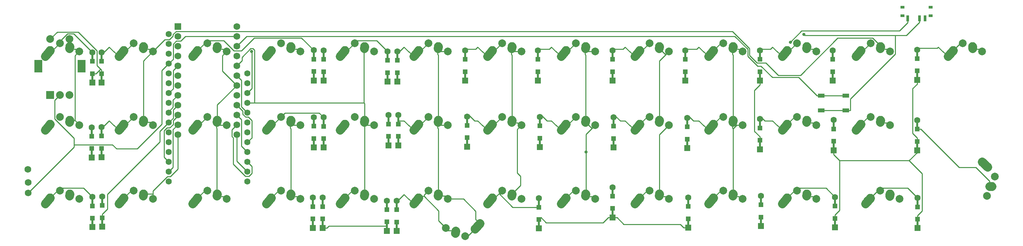
<source format=gbl>
G04 #@! TF.GenerationSoftware,KiCad,Pcbnew,(5.0.1)-3*
G04 #@! TF.CreationDate,2020-02-03T22:22:31+02:00*
G04 #@! TF.ProjectId,PRKL30,50524B4C33302E6B696361645F706362,rev?*
G04 #@! TF.SameCoordinates,Original*
G04 #@! TF.FileFunction,Copper,L2,Bot,Signal*
G04 #@! TF.FilePolarity,Positive*
%FSLAX46Y46*%
G04 Gerber Fmt 4.6, Leading zero omitted, Abs format (unit mm)*
G04 Created by KiCad (PCBNEW (5.0.1)-3) date 02/03/20 22:22:31*
%MOMM*%
%LPD*%
G01*
G04 APERTURE LIST*
G04 #@! TA.AperFunction,Conductor*
%ADD10R,0.500000X2.500000*%
G04 #@! TD*
G04 #@! TA.AperFunction,ComponentPad*
%ADD11C,1.600000*%
G04 #@! TD*
G04 #@! TA.AperFunction,ComponentPad*
%ADD12R,1.600000X1.600000*%
G04 #@! TD*
G04 #@! TA.AperFunction,SMDPad,CuDef*
%ADD13R,1.200000X1.200000*%
G04 #@! TD*
G04 #@! TA.AperFunction,ComponentPad*
%ADD14R,2.000000X2.000000*%
G04 #@! TD*
G04 #@! TA.AperFunction,ComponentPad*
%ADD15C,2.000000*%
G04 #@! TD*
G04 #@! TA.AperFunction,ComponentPad*
%ADD16R,2.000000X3.200000*%
G04 #@! TD*
G04 #@! TA.AperFunction,ComponentPad*
%ADD17C,2.250000*%
G04 #@! TD*
G04 #@! TA.AperFunction,Conductor*
%ADD18C,2.250000*%
G04 #@! TD*
G04 #@! TA.AperFunction,ComponentPad*
%ADD19C,1.752600*%
G04 #@! TD*
G04 #@! TA.AperFunction,ComponentPad*
%ADD20R,1.752600X1.752600*%
G04 #@! TD*
G04 #@! TA.AperFunction,SMDPad,CuDef*
%ADD21R,1.700000X1.000000*%
G04 #@! TD*
G04 #@! TA.AperFunction,SMDPad,CuDef*
%ADD22R,0.700000X1.500000*%
G04 #@! TD*
G04 #@! TA.AperFunction,SMDPad,CuDef*
%ADD23R,1.000000X0.800000*%
G04 #@! TD*
G04 #@! TA.AperFunction,ViaPad*
%ADD24C,0.800000*%
G04 #@! TD*
G04 #@! TA.AperFunction,Conductor*
%ADD25C,0.250000*%
G04 #@! TD*
G04 APERTURE END LIST*
D10*
G04 #@! TO.N,Net-(D5-Pad2)*
G04 #@! TO.C,D5*
X146558000Y-64102000D03*
G04 #@! TO.N,RowA*
X146558000Y-69502000D03*
D11*
G04 #@! TD*
G04 #@! TO.P,D5,2*
G04 #@! TO.N,Net-(D5-Pad2)*
X146558000Y-62902000D03*
D12*
G04 #@! TO.P,D5,1*
G04 #@! TO.N,RowA*
X146558000Y-70702000D03*
D13*
X146558000Y-68377000D03*
G04 #@! TO.P,D5,2*
G04 #@! TO.N,Net-(D5-Pad2)*
X146558000Y-65227000D03*
G04 #@! TD*
D14*
G04 #@! TO.P,K_ENC1,A*
G04 #@! TO.N,EncA*
X59412500Y-74175000D03*
D15*
G04 #@! TO.P,K_ENC1,C*
G04 #@! TO.N,GND*
X61912500Y-74175000D03*
G04 #@! TO.P,K_ENC1,B*
G04 #@! TO.N,EncB*
X64412500Y-74175000D03*
D16*
G04 #@! TO.P,K_ENC1,MP*
G04 #@! TO.N,N/C*
X56312500Y-66675000D03*
X67512500Y-66675000D03*
D15*
G04 #@! TO.P,K_ENC1,S2*
G04 #@! TO.N,RowA*
X59412500Y-59675000D03*
G04 #@! TO.P,K_ENC1,S1*
G04 #@! TO.N,ColA*
X64412500Y-59675000D03*
G04 #@! TD*
D11*
G04 #@! TO.P,Feather1,1*
G04 #@! TO.N,Net-(Feather1-Pad1)*
X110363000Y-68580000D03*
G04 #@! TO.P,Feather1,2*
G04 #@! TO.N,DP1*
X110363000Y-71120000D03*
G04 #@! TO.P,Feather1,3*
G04 #@! TO.N,RGB_PWR*
X110363000Y-73660000D03*
G04 #@! TO.P,Feather1,4*
G04 #@! TO.N,ColE*
X110363000Y-76200000D03*
G04 #@! TO.P,Feather1,5*
G04 #@! TO.N,ColD*
X110363000Y-78740000D03*
G04 #@! TO.P,Feather1,6*
G04 #@! TO.N,ColC*
X110363000Y-81280000D03*
G04 #@! TO.P,Feather1,7*
G04 #@! TO.N,ColF*
X110363000Y-83820000D03*
G04 #@! TO.P,Feather1,8*
G04 #@! TO.N,ColG*
X110363000Y-86360000D03*
G04 #@! TO.P,Feather1,9*
G04 #@! TO.N,ColH*
X110363000Y-88900000D03*
G04 #@! TO.P,Feather1,12*
G04 #@! TO.N,ColB*
X110363000Y-96520000D03*
G04 #@! TO.P,Feather1,10*
G04 #@! TO.N,ColI*
X110363000Y-91440000D03*
G04 #@! TO.P,Feather1,11*
G04 #@! TO.N,ColJ*
X110363000Y-93980000D03*
G04 #@! TO.P,Feather1,13*
G04 #@! TO.N,RST*
X90043000Y-58420000D03*
G04 #@! TO.P,Feather1,14*
G04 #@! TO.N,Net-(Feather1-Pad14)*
X90043000Y-60960000D03*
G04 #@! TO.P,Feather1,15*
G04 #@! TO.N,Net-(Feather1-Pad15)*
X90043000Y-63500000D03*
G04 #@! TO.P,Feather1,16*
G04 #@! TO.N,GND*
X90043000Y-66040000D03*
G04 #@! TO.P,Feather1,17*
G04 #@! TO.N,EncA*
X90043000Y-68580000D03*
G04 #@! TO.P,Feather1,18*
G04 #@! TO.N,EncB*
X90043000Y-71120000D03*
G04 #@! TO.P,Feather1,19*
G04 #@! TO.N,RGB*
X90043000Y-73660000D03*
G04 #@! TO.P,Feather1,20*
G04 #@! TO.N,RowA*
X90043000Y-76200000D03*
G04 #@! TO.P,Feather1,21*
G04 #@! TO.N,RowB*
X90043000Y-78740000D03*
G04 #@! TO.P,Feather1,22*
G04 #@! TO.N,RowC*
X90043000Y-81280000D03*
G04 #@! TO.P,Feather1,23*
G04 #@! TO.N,Net-(Feather1-Pad23)*
X90043000Y-83820000D03*
G04 #@! TO.P,Feather1,24*
G04 #@! TO.N,Net-(Feather1-Pad24)*
X90043000Y-86360000D03*
G04 #@! TO.P,Feather1,25*
G04 #@! TO.N,Net-(Feather1-Pad25)*
X90043000Y-88900000D03*
G04 #@! TO.P,Feather1,26*
G04 #@! TO.N,RowD*
X90043000Y-91440000D03*
G04 #@! TO.P,Feather1,27*
G04 #@! TO.N,ColA*
X90043000Y-93980000D03*
G04 #@! TO.P,Feather1,28*
G04 #@! TO.N,Net-(Feather1-Pad28)*
X90043000Y-96520000D03*
G04 #@! TD*
D17*
G04 #@! TO.P,K_2Uspc1,2*
G04 #@! TO.N,Net-(D32-Pad2)*
X164168229Y-109565016D03*
D18*
G04 #@! TD*
G04 #@! TO.N,Net-(D32-Pad2)*
G04 #@! TO.C,K_2Uspc1*
X164188000Y-109275000D02*
X164148458Y-109855032D01*
D17*
G04 #@! TO.P,K_2Uspc1,2*
G04 #@! TO.N,Net-(D32-Pad2)*
X164148000Y-109855000D03*
G04 #@! TO.P,K_2Uspc1,1*
G04 #@! TO.N,ColF*
X169843005Y-108045004D03*
D18*
G04 #@! TD*
G04 #@! TO.N,ColF*
G04 #@! TO.C,K_2Uspc1*
X170498000Y-107315000D02*
X169188010Y-108775008D01*
D17*
G04 #@! TO.P,K_2Uspc1,1*
G04 #@! TO.N,ColF*
X169188000Y-108775000D03*
D15*
G04 #@! TO.P,K_2Uspc1,2*
G04 #@! TO.N,Net-(D32-Pad2)*
X161688000Y-108575000D03*
G04 #@! TO.P,K_2Uspc1,1*
G04 #@! TO.N,ColF*
X166688000Y-110675000D03*
G04 #@! TD*
G04 #@! TO.P,K_ISOENTER1,1*
G04 #@! TO.N,ColF*
X303600000Y-95250000D03*
G04 #@! TO.P,K_ISOENTER1,2*
G04 #@! TO.N,Net-(D_ISOENTR1-Pad2)*
X301500000Y-100250000D03*
D17*
G04 #@! TO.P,K_ISOENTER1,1*
G04 #@! TO.N,ColF*
X301700000Y-92750000D03*
X300970004Y-92094995D03*
D18*
G04 #@! TD*
G04 #@! TO.N,ColF*
G04 #@! TO.C,K_ISOENTER1*
X300240000Y-91440000D02*
X301700008Y-92749990D01*
D17*
G04 #@! TO.P,K_ISOENTER1,2*
G04 #@! TO.N,Net-(D_ISOENTR1-Pad2)*
X302780000Y-97790000D03*
X302490016Y-97769771D03*
D18*
G04 #@! TD*
G04 #@! TO.N,Net-(D_ISOENTR1-Pad2)*
G04 #@! TO.C,K_ISOENTER1*
X302200000Y-97750000D02*
X302780032Y-97789542D01*
D10*
G04 #@! TO.N,Net-(D4-Pad2)*
G04 #@! TO.C,D4*
X130048000Y-63848000D03*
G04 #@! TO.N,RowA*
X130048000Y-69248000D03*
D11*
G04 #@! TD*
G04 #@! TO.P,D4,2*
G04 #@! TO.N,Net-(D4-Pad2)*
X130048000Y-62648000D03*
D12*
G04 #@! TO.P,D4,1*
G04 #@! TO.N,RowA*
X130048000Y-70448000D03*
D13*
X130048000Y-68123000D03*
G04 #@! TO.P,D4,2*
G04 #@! TO.N,Net-(D4-Pad2)*
X130048000Y-64973000D03*
G04 #@! TD*
D19*
G04 #@! TO.P,MCU_Pro_Micr0,24*
G04 #@! TO.N,RGB_PWR*
X107620000Y-56430000D03*
G04 #@! TO.P,MCU_Pro_Micr0,12*
G04 #@! TO.N,ColB*
X92380000Y-84370000D03*
G04 #@! TO.P,MCU_Pro_Micr0,23*
G04 #@! TO.N,GND*
X107620000Y-58970000D03*
G04 #@! TO.P,MCU_Pro_Micr0,22*
G04 #@! TO.N,RST*
X107620000Y-61510000D03*
G04 #@! TO.P,MCU_Pro_Micr0,21*
G04 #@! TO.N,Net-(MCU_Pro_Micr0-Pad21)*
X107620000Y-64050000D03*
G04 #@! TO.P,MCU_Pro_Micr0,20*
G04 #@! TO.N,ColE*
X107620000Y-66590000D03*
G04 #@! TO.P,MCU_Pro_Micr0,19*
G04 #@! TO.N,ColD*
X107620000Y-69130000D03*
G04 #@! TO.P,MCU_Pro_Micr0,18*
G04 #@! TO.N,ColC*
X107620000Y-71670000D03*
G04 #@! TO.P,MCU_Pro_Micr0,17*
G04 #@! TO.N,ColF*
X107620000Y-74210000D03*
G04 #@! TO.P,MCU_Pro_Micr0,16*
G04 #@! TO.N,ColG*
X107620000Y-76750000D03*
G04 #@! TO.P,MCU_Pro_Micr0,15*
G04 #@! TO.N,ColH*
X107620000Y-79290000D03*
G04 #@! TO.P,MCU_Pro_Micr0,14*
G04 #@! TO.N,ColI*
X107620000Y-81830000D03*
G04 #@! TO.P,MCU_Pro_Micr0,13*
G04 #@! TO.N,ColJ*
X107620000Y-84370000D03*
G04 #@! TO.P,MCU_Pro_Micr0,11*
G04 #@! TO.N,ColA*
X92380000Y-81830000D03*
G04 #@! TO.P,MCU_Pro_Micr0,10*
G04 #@! TO.N,RowD*
X92380000Y-79290000D03*
G04 #@! TO.P,MCU_Pro_Micr0,9*
G04 #@! TO.N,RowC*
X92380000Y-76750000D03*
G04 #@! TO.P,MCU_Pro_Micr0,8*
G04 #@! TO.N,RowB*
X92380000Y-74210000D03*
G04 #@! TO.P,MCU_Pro_Micr0,7*
G04 #@! TO.N,RowA*
X92380000Y-71670000D03*
G04 #@! TO.P,MCU_Pro_Micr0,6*
G04 #@! TO.N,Net-(MCU_Pro_Micr0-Pad6)*
X92380000Y-69130000D03*
G04 #@! TO.P,MCU_Pro_Micr0,5*
G04 #@! TO.N,RGB*
X92380000Y-66590000D03*
G04 #@! TO.P,MCU_Pro_Micr0,4*
G04 #@! TO.N,Net-(MCU_Pro_Micr0-Pad4)*
X92380000Y-64050000D03*
G04 #@! TO.P,MCU_Pro_Micr0,3*
G04 #@! TO.N,Net-(MCU_Pro_Micr0-Pad3)*
X92380000Y-61510000D03*
G04 #@! TO.P,MCU_Pro_Micr0,2*
G04 #@! TO.N,EncB*
X92380000Y-58970000D03*
D20*
G04 #@! TO.P,MCU_Pro_Micr0,1*
G04 #@! TO.N,EncA*
X92380000Y-56430000D03*
G04 #@! TD*
D10*
G04 #@! TO.N,Net-(D1-Pad2)*
G04 #@! TO.C,D1*
X70300000Y-64356000D03*
G04 #@! TO.N,RowA*
X70300000Y-69756000D03*
D11*
G04 #@! TD*
G04 #@! TO.P,D1,2*
G04 #@! TO.N,Net-(D1-Pad2)*
X70300000Y-63156000D03*
D12*
G04 #@! TO.P,D1,1*
G04 #@! TO.N,RowA*
X70300000Y-70956000D03*
D13*
X70300000Y-68631000D03*
G04 #@! TO.P,D1,2*
G04 #@! TO.N,Net-(D1-Pad2)*
X70300000Y-65481000D03*
G04 #@! TD*
D10*
G04 #@! TO.N,Net-(D2-Pad2)*
G04 #@! TO.C,D2*
X72644000Y-64356000D03*
G04 #@! TO.N,RowA*
X72644000Y-69756000D03*
D11*
G04 #@! TD*
G04 #@! TO.P,D2,2*
G04 #@! TO.N,Net-(D2-Pad2)*
X72644000Y-63156000D03*
D12*
G04 #@! TO.P,D2,1*
G04 #@! TO.N,RowA*
X72644000Y-70956000D03*
D13*
X72644000Y-68631000D03*
G04 #@! TO.P,D2,2*
G04 #@! TO.N,Net-(D2-Pad2)*
X72644000Y-65481000D03*
G04 #@! TD*
D10*
G04 #@! TO.N,Net-(D3-Pad2)*
G04 #@! TO.C,D3*
X127508000Y-63797000D03*
G04 #@! TO.N,RowA*
X127508000Y-69197000D03*
D11*
G04 #@! TD*
G04 #@! TO.P,D3,2*
G04 #@! TO.N,Net-(D3-Pad2)*
X127508000Y-62597000D03*
D12*
G04 #@! TO.P,D3,1*
G04 #@! TO.N,RowA*
X127508000Y-70397000D03*
D13*
X127508000Y-68072000D03*
G04 #@! TO.P,D3,2*
G04 #@! TO.N,Net-(D3-Pad2)*
X127508000Y-64922000D03*
G04 #@! TD*
G04 #@! TO.P,D6,2*
G04 #@! TO.N,Net-(D6-Pad2)*
X149098000Y-65227000D03*
G04 #@! TO.P,D6,1*
G04 #@! TO.N,RowA*
X149098000Y-68377000D03*
D12*
X149098000Y-70702000D03*
D11*
G04 #@! TO.P,D6,2*
G04 #@! TO.N,Net-(D6-Pad2)*
X149098000Y-62902000D03*
D10*
G04 #@! TD*
G04 #@! TO.N,RowA*
G04 #@! TO.C,D6*
X149098000Y-69502000D03*
G04 #@! TO.N,Net-(D6-Pad2)*
G04 #@! TO.C,D6*
X149098000Y-64102000D03*
G04 #@! TD*
D13*
G04 #@! TO.P,D7,2*
G04 #@! TO.N,Net-(D7-Pad2)*
X166624000Y-64973000D03*
G04 #@! TO.P,D7,1*
G04 #@! TO.N,RowA*
X166624000Y-68123000D03*
D12*
X166624000Y-70448000D03*
D11*
G04 #@! TO.P,D7,2*
G04 #@! TO.N,Net-(D7-Pad2)*
X166624000Y-62648000D03*
D10*
G04 #@! TD*
G04 #@! TO.N,RowA*
G04 #@! TO.C,D7*
X166624000Y-69248000D03*
G04 #@! TO.N,Net-(D7-Pad2)*
G04 #@! TO.C,D7*
X166624000Y-63848000D03*
G04 #@! TD*
D13*
G04 #@! TO.P,D8,2*
G04 #@! TO.N,Net-(D8-Pad2)*
X185420000Y-64973000D03*
G04 #@! TO.P,D8,1*
G04 #@! TO.N,RowA*
X185420000Y-68123000D03*
D12*
X185420000Y-70448000D03*
D11*
G04 #@! TO.P,D8,2*
G04 #@! TO.N,Net-(D8-Pad2)*
X185420000Y-62648000D03*
D10*
G04 #@! TD*
G04 #@! TO.N,RowA*
G04 #@! TO.C,D8*
X185420000Y-69248000D03*
G04 #@! TO.N,Net-(D8-Pad2)*
G04 #@! TO.C,D8*
X185420000Y-63848000D03*
G04 #@! TD*
D13*
G04 #@! TO.P,D9,2*
G04 #@! TO.N,Net-(D9-Pad2)*
X204724000Y-64973000D03*
G04 #@! TO.P,D9,1*
G04 #@! TO.N,RowA*
X204724000Y-68123000D03*
D12*
X204724000Y-70448000D03*
D11*
G04 #@! TO.P,D9,2*
G04 #@! TO.N,Net-(D9-Pad2)*
X204724000Y-62648000D03*
D10*
G04 #@! TD*
G04 #@! TO.N,RowA*
G04 #@! TO.C,D9*
X204724000Y-69248000D03*
G04 #@! TO.N,Net-(D9-Pad2)*
G04 #@! TO.C,D9*
X204724000Y-63848000D03*
G04 #@! TD*
D13*
G04 #@! TO.P,D10,2*
G04 #@! TO.N,Net-(D10-Pad2)*
X223520000Y-64973000D03*
G04 #@! TO.P,D10,1*
G04 #@! TO.N,RowA*
X223520000Y-68123000D03*
D12*
X223520000Y-70448000D03*
D11*
G04 #@! TO.P,D10,2*
G04 #@! TO.N,Net-(D10-Pad2)*
X223520000Y-62648000D03*
D10*
G04 #@! TD*
G04 #@! TO.N,RowA*
G04 #@! TO.C,D10*
X223520000Y-69248000D03*
G04 #@! TO.N,Net-(D10-Pad2)*
G04 #@! TO.C,D10*
X223520000Y-63848000D03*
G04 #@! TD*
D13*
G04 #@! TO.P,D11,2*
G04 #@! TO.N,Net-(D11-Pad2)*
X242824000Y-64973000D03*
G04 #@! TO.P,D11,1*
G04 #@! TO.N,RowD*
X242824000Y-68123000D03*
D12*
X242824000Y-70448000D03*
D11*
G04 #@! TO.P,D11,2*
G04 #@! TO.N,Net-(D11-Pad2)*
X242824000Y-62648000D03*
D10*
G04 #@! TD*
G04 #@! TO.N,RowD*
G04 #@! TO.C,D11*
X242824000Y-69248000D03*
G04 #@! TO.N,Net-(D11-Pad2)*
G04 #@! TO.C,D11*
X242824000Y-63848000D03*
G04 #@! TD*
D13*
G04 #@! TO.P,D12,2*
G04 #@! TO.N,Net-(D12-Pad2)*
X261620000Y-64973000D03*
G04 #@! TO.P,D12,1*
G04 #@! TO.N,RowD*
X261620000Y-68123000D03*
D12*
X261620000Y-70448000D03*
D11*
G04 #@! TO.P,D12,2*
G04 #@! TO.N,Net-(D12-Pad2)*
X261620000Y-62648000D03*
D10*
G04 #@! TD*
G04 #@! TO.N,RowD*
G04 #@! TO.C,D12*
X261620000Y-69248000D03*
G04 #@! TO.N,Net-(D12-Pad2)*
G04 #@! TO.C,D12*
X261620000Y-63848000D03*
G04 #@! TD*
D13*
G04 #@! TO.P,D13,2*
G04 #@! TO.N,Net-(D13-Pad2)*
X283464000Y-64770000D03*
G04 #@! TO.P,D13,1*
G04 #@! TO.N,RowD*
X283464000Y-67920000D03*
D12*
X283464000Y-70245000D03*
D11*
G04 #@! TO.P,D13,2*
G04 #@! TO.N,Net-(D13-Pad2)*
X283464000Y-62445000D03*
D10*
G04 #@! TD*
G04 #@! TO.N,RowD*
G04 #@! TO.C,D13*
X283464000Y-69045000D03*
G04 #@! TO.N,Net-(D13-Pad2)*
G04 #@! TO.C,D13*
X283464000Y-63645000D03*
G04 #@! TD*
D13*
G04 #@! TO.P,D14,2*
G04 #@! TO.N,Net-(D14-Pad2)*
X70104000Y-84836000D03*
G04 #@! TO.P,D14,1*
G04 #@! TO.N,RowB*
X70104000Y-87986000D03*
D12*
X70104000Y-90311000D03*
D11*
G04 #@! TO.P,D14,2*
G04 #@! TO.N,Net-(D14-Pad2)*
X70104000Y-82511000D03*
D10*
G04 #@! TD*
G04 #@! TO.N,RowB*
G04 #@! TO.C,D14*
X70104000Y-89111000D03*
G04 #@! TO.N,Net-(D14-Pad2)*
G04 #@! TO.C,D14*
X70104000Y-83711000D03*
G04 #@! TD*
D13*
G04 #@! TO.P,D15,2*
G04 #@! TO.N,Net-(D15-Pad2)*
X72644000Y-84785000D03*
G04 #@! TO.P,D15,1*
G04 #@! TO.N,RowB*
X72644000Y-87935000D03*
D12*
X72644000Y-90260000D03*
D11*
G04 #@! TO.P,D15,2*
G04 #@! TO.N,Net-(D15-Pad2)*
X72644000Y-82460000D03*
D10*
G04 #@! TD*
G04 #@! TO.N,RowB*
G04 #@! TO.C,D15*
X72644000Y-89060000D03*
G04 #@! TO.N,Net-(D15-Pad2)*
G04 #@! TO.C,D15*
X72644000Y-83660000D03*
G04 #@! TD*
D13*
G04 #@! TO.P,D16,2*
G04 #@! TO.N,Net-(D16-Pad2)*
X127508000Y-82245000D03*
G04 #@! TO.P,D16,1*
G04 #@! TO.N,RowB*
X127508000Y-85395000D03*
D12*
X127508000Y-87720000D03*
D11*
G04 #@! TO.P,D16,2*
G04 #@! TO.N,Net-(D16-Pad2)*
X127508000Y-79920000D03*
D10*
G04 #@! TD*
G04 #@! TO.N,RowB*
G04 #@! TO.C,D16*
X127508000Y-86520000D03*
G04 #@! TO.N,Net-(D16-Pad2)*
G04 #@! TO.C,D16*
X127508000Y-81120000D03*
G04 #@! TD*
D13*
G04 #@! TO.P,D17,2*
G04 #@! TO.N,Net-(D17-Pad2)*
X130048000Y-82261000D03*
G04 #@! TO.P,D17,1*
G04 #@! TO.N,RowB*
X130048000Y-85411000D03*
D12*
X130048000Y-87736000D03*
D11*
G04 #@! TO.P,D17,2*
G04 #@! TO.N,Net-(D17-Pad2)*
X130048000Y-79936000D03*
D10*
G04 #@! TD*
G04 #@! TO.N,RowB*
G04 #@! TO.C,D17*
X130048000Y-86536000D03*
G04 #@! TO.N,Net-(D17-Pad2)*
G04 #@! TO.C,D17*
X130048000Y-81136000D03*
G04 #@! TD*
D13*
G04 #@! TO.P,D18,2*
G04 #@! TO.N,Net-(D18-Pad2)*
X146812000Y-81686000D03*
G04 #@! TO.P,D18,1*
G04 #@! TO.N,RowB*
X146812000Y-84836000D03*
D12*
X146812000Y-87161000D03*
D11*
G04 #@! TO.P,D18,2*
G04 #@! TO.N,Net-(D18-Pad2)*
X146812000Y-79361000D03*
D10*
G04 #@! TD*
G04 #@! TO.N,RowB*
G04 #@! TO.C,D18*
X146812000Y-85961000D03*
G04 #@! TO.N,Net-(D18-Pad2)*
G04 #@! TO.C,D18*
X146812000Y-80561000D03*
G04 #@! TD*
D13*
G04 #@! TO.P,D19,2*
G04 #@! TO.N,Net-(D19-Pad2)*
X149352000Y-81686000D03*
G04 #@! TO.P,D19,1*
G04 #@! TO.N,RowB*
X149352000Y-84836000D03*
D12*
X149352000Y-87161000D03*
D11*
G04 #@! TO.P,D19,2*
G04 #@! TO.N,Net-(D19-Pad2)*
X149352000Y-79361000D03*
D10*
G04 #@! TD*
G04 #@! TO.N,RowB*
G04 #@! TO.C,D19*
X149352000Y-85961000D03*
G04 #@! TO.N,Net-(D19-Pad2)*
G04 #@! TO.C,D19*
X149352000Y-80561000D03*
G04 #@! TD*
D13*
G04 #@! TO.P,D20,2*
G04 #@! TO.N,Net-(D20-Pad2)*
X167132000Y-82042000D03*
G04 #@! TO.P,D20,1*
G04 #@! TO.N,RowB*
X167132000Y-85192000D03*
D12*
X167132000Y-87517000D03*
D11*
G04 #@! TO.P,D20,2*
G04 #@! TO.N,Net-(D20-Pad2)*
X167132000Y-79717000D03*
D10*
G04 #@! TD*
G04 #@! TO.N,RowB*
G04 #@! TO.C,D20*
X167132000Y-86317000D03*
G04 #@! TO.N,Net-(D20-Pad2)*
G04 #@! TO.C,D20*
X167132000Y-80917000D03*
G04 #@! TD*
G04 #@! TO.N,Net-(D21-Pad2)*
G04 #@! TO.C,D21*
X185928000Y-81026000D03*
G04 #@! TO.N,RowB*
X185928000Y-86426000D03*
D11*
G04 #@! TD*
G04 #@! TO.P,D21,2*
G04 #@! TO.N,Net-(D21-Pad2)*
X185928000Y-79826000D03*
D12*
G04 #@! TO.P,D21,1*
G04 #@! TO.N,RowB*
X185928000Y-87626000D03*
D13*
X185928000Y-85301000D03*
G04 #@! TO.P,D21,2*
G04 #@! TO.N,Net-(D21-Pad2)*
X185928000Y-82151000D03*
G04 #@! TD*
D10*
G04 #@! TO.N,Net-(D22-Pad2)*
G04 #@! TO.C,D22*
X204978000Y-81120000D03*
G04 #@! TO.N,RowB*
X204978000Y-86520000D03*
D11*
G04 #@! TD*
G04 #@! TO.P,D22,2*
G04 #@! TO.N,Net-(D22-Pad2)*
X204978000Y-79920000D03*
D12*
G04 #@! TO.P,D22,1*
G04 #@! TO.N,RowB*
X204978000Y-87720000D03*
D13*
X204978000Y-85395000D03*
G04 #@! TO.P,D22,2*
G04 #@! TO.N,Net-(D22-Pad2)*
X204978000Y-82245000D03*
G04 #@! TD*
D10*
G04 #@! TO.N,Net-(D23-Pad2)*
G04 #@! TO.C,D23*
X224028000Y-81280000D03*
G04 #@! TO.N,RowB*
X224028000Y-86680000D03*
D11*
G04 #@! TD*
G04 #@! TO.P,D23,2*
G04 #@! TO.N,Net-(D23-Pad2)*
X224028000Y-80080000D03*
D12*
G04 #@! TO.P,D23,1*
G04 #@! TO.N,RowB*
X224028000Y-87880000D03*
D13*
X224028000Y-85555000D03*
G04 #@! TO.P,D23,2*
G04 #@! TO.N,Net-(D23-Pad2)*
X224028000Y-82405000D03*
G04 #@! TD*
D10*
G04 #@! TO.N,Net-(D24-Pad2)*
G04 #@! TO.C,D24*
X242824000Y-81577000D03*
G04 #@! TO.N,RowD*
X242824000Y-86977000D03*
D11*
G04 #@! TD*
G04 #@! TO.P,D24,2*
G04 #@! TO.N,Net-(D24-Pad2)*
X242824000Y-80377000D03*
D12*
G04 #@! TO.P,D24,1*
G04 #@! TO.N,RowD*
X242824000Y-88177000D03*
D13*
X242824000Y-85852000D03*
G04 #@! TO.P,D24,2*
G04 #@! TO.N,Net-(D24-Pad2)*
X242824000Y-82702000D03*
G04 #@! TD*
D10*
G04 #@! TO.N,Net-(D25-Pad2)*
G04 #@! TO.C,D25*
X261874000Y-81831000D03*
G04 #@! TO.N,RowD*
X261874000Y-87231000D03*
D11*
G04 #@! TD*
G04 #@! TO.P,D25,2*
G04 #@! TO.N,Net-(D25-Pad2)*
X261874000Y-80631000D03*
D12*
G04 #@! TO.P,D25,1*
G04 #@! TO.N,RowD*
X261874000Y-88431000D03*
D13*
X261874000Y-86106000D03*
G04 #@! TO.P,D25,2*
G04 #@! TO.N,Net-(D25-Pad2)*
X261874000Y-82956000D03*
G04 #@! TD*
D10*
G04 #@! TO.N,Net-(D27-Pad2)*
G04 #@! TO.C,D27*
X70300000Y-101700000D03*
G04 #@! TO.N,RowC*
X70300000Y-107100000D03*
D11*
G04 #@! TD*
G04 #@! TO.P,D27,2*
G04 #@! TO.N,Net-(D27-Pad2)*
X70300000Y-100500000D03*
D12*
G04 #@! TO.P,D27,1*
G04 #@! TO.N,RowC*
X70300000Y-108300000D03*
D13*
X70300000Y-105975000D03*
G04 #@! TO.P,D27,2*
G04 #@! TO.N,Net-(D27-Pad2)*
X70300000Y-102825000D03*
G04 #@! TD*
D10*
G04 #@! TO.N,Net-(D28-Pad2)*
G04 #@! TO.C,D28*
X72800000Y-101600000D03*
G04 #@! TO.N,RowC*
X72800000Y-107000000D03*
D11*
G04 #@! TD*
G04 #@! TO.P,D28,2*
G04 #@! TO.N,Net-(D28-Pad2)*
X72800000Y-100400000D03*
D12*
G04 #@! TO.P,D28,1*
G04 #@! TO.N,RowC*
X72800000Y-108200000D03*
D13*
X72800000Y-105875000D03*
G04 #@! TO.P,D28,2*
G04 #@! TO.N,Net-(D28-Pad2)*
X72800000Y-102725000D03*
G04 #@! TD*
D10*
G04 #@! TO.N,Net-(D29-Pad2)*
G04 #@! TO.C,D29*
X127300000Y-101900000D03*
G04 #@! TO.N,RowC*
X127300000Y-107300000D03*
D11*
G04 #@! TD*
G04 #@! TO.P,D29,2*
G04 #@! TO.N,Net-(D29-Pad2)*
X127300000Y-100700000D03*
D12*
G04 #@! TO.P,D29,1*
G04 #@! TO.N,RowC*
X127300000Y-108500000D03*
D13*
X127300000Y-106175000D03*
G04 #@! TO.P,D29,2*
G04 #@! TO.N,Net-(D29-Pad2)*
X127300000Y-103025000D03*
G04 #@! TD*
D10*
G04 #@! TO.N,Net-(D30-Pad2)*
G04 #@! TO.C,D30*
X129800000Y-101900000D03*
G04 #@! TO.N,RowC*
X129800000Y-107300000D03*
D11*
G04 #@! TD*
G04 #@! TO.P,D30,2*
G04 #@! TO.N,Net-(D30-Pad2)*
X129800000Y-100700000D03*
D12*
G04 #@! TO.P,D30,1*
G04 #@! TO.N,RowC*
X129800000Y-108500000D03*
D13*
X129800000Y-106175000D03*
G04 #@! TO.P,D30,2*
G04 #@! TO.N,Net-(D30-Pad2)*
X129800000Y-103025000D03*
G04 #@! TD*
D10*
G04 #@! TO.N,Net-(D31-Pad2)*
G04 #@! TO.C,D31*
X146420000Y-102680000D03*
G04 #@! TO.N,RowC*
X146420000Y-108080000D03*
D11*
G04 #@! TD*
G04 #@! TO.P,D31,2*
G04 #@! TO.N,Net-(D31-Pad2)*
X146420000Y-101480000D03*
D12*
G04 #@! TO.P,D31,1*
G04 #@! TO.N,RowC*
X146420000Y-109280000D03*
D13*
X146420000Y-106955000D03*
G04 #@! TO.P,D31,2*
G04 #@! TO.N,Net-(D31-Pad2)*
X146420000Y-103805000D03*
G04 #@! TD*
D10*
G04 #@! TO.N,Net-(D32-Pad2)*
G04 #@! TO.C,D32*
X148930000Y-102700000D03*
G04 #@! TO.N,RowC*
X148930000Y-108100000D03*
D11*
G04 #@! TD*
G04 #@! TO.P,D32,2*
G04 #@! TO.N,Net-(D32-Pad2)*
X148930000Y-101500000D03*
D12*
G04 #@! TO.P,D32,1*
G04 #@! TO.N,RowC*
X148930000Y-109300000D03*
D13*
X148930000Y-106975000D03*
G04 #@! TO.P,D32,2*
G04 #@! TO.N,Net-(D32-Pad2)*
X148930000Y-103825000D03*
G04 #@! TD*
D10*
G04 #@! TO.N,Net-(D33-Pad2)*
G04 #@! TO.C,D33*
X185740000Y-102042000D03*
G04 #@! TO.N,RowC*
X185740000Y-107442000D03*
D11*
G04 #@! TD*
G04 #@! TO.P,D33,2*
G04 #@! TO.N,Net-(D33-Pad2)*
X185740000Y-100842000D03*
D12*
G04 #@! TO.P,D33,1*
G04 #@! TO.N,RowC*
X185740000Y-108642000D03*
D13*
X185740000Y-106317000D03*
G04 #@! TO.P,D33,2*
G04 #@! TO.N,Net-(D33-Pad2)*
X185740000Y-103167000D03*
G04 #@! TD*
D10*
G04 #@! TO.N,Net-(D34-Pad2)*
G04 #@! TO.C,D34*
X204786000Y-99216000D03*
G04 #@! TO.N,RowC*
X204786000Y-104616000D03*
D11*
G04 #@! TD*
G04 #@! TO.P,D34,2*
G04 #@! TO.N,Net-(D34-Pad2)*
X204786000Y-98016000D03*
D12*
G04 #@! TO.P,D34,1*
G04 #@! TO.N,RowC*
X204786000Y-105816000D03*
D13*
X204786000Y-103491000D03*
G04 #@! TO.P,D34,2*
G04 #@! TO.N,Net-(D34-Pad2)*
X204786000Y-100341000D03*
G04 #@! TD*
D10*
G04 #@! TO.N,Net-(D35-Pad2)*
G04 #@! TO.C,D35*
X224282000Y-101858000D03*
G04 #@! TO.N,RowC*
X224282000Y-107258000D03*
D11*
G04 #@! TD*
G04 #@! TO.P,D35,2*
G04 #@! TO.N,Net-(D35-Pad2)*
X224282000Y-100658000D03*
D12*
G04 #@! TO.P,D35,1*
G04 #@! TO.N,RowC*
X224282000Y-108458000D03*
D13*
X224282000Y-106133000D03*
G04 #@! TO.P,D35,2*
G04 #@! TO.N,Net-(D35-Pad2)*
X224282000Y-102983000D03*
G04 #@! TD*
G04 #@! TO.P,D36,2*
G04 #@! TO.N,Net-(D36-Pad2)*
X243078000Y-102565000D03*
G04 #@! TO.P,D36,1*
G04 #@! TO.N,RowC*
X243078000Y-105715000D03*
D12*
X243078000Y-108040000D03*
D11*
G04 #@! TO.P,D36,2*
G04 #@! TO.N,Net-(D36-Pad2)*
X243078000Y-100240000D03*
D10*
G04 #@! TD*
G04 #@! TO.N,RowC*
G04 #@! TO.C,D36*
X243078000Y-106840000D03*
G04 #@! TO.N,Net-(D36-Pad2)*
G04 #@! TO.C,D36*
X243078000Y-101440000D03*
G04 #@! TD*
D13*
G04 #@! TO.P,D37,2*
G04 #@! TO.N,Net-(D37-Pad2)*
X262276000Y-102901000D03*
G04 #@! TO.P,D37,1*
G04 #@! TO.N,RowD*
X262276000Y-106051000D03*
D12*
X262276000Y-108376000D03*
D11*
G04 #@! TO.P,D37,2*
G04 #@! TO.N,Net-(D37-Pad2)*
X262276000Y-100576000D03*
D10*
G04 #@! TD*
G04 #@! TO.N,RowD*
G04 #@! TO.C,D37*
X262276000Y-107176000D03*
G04 #@! TO.N,Net-(D37-Pad2)*
G04 #@! TO.C,D37*
X262276000Y-101776000D03*
G04 #@! TD*
D13*
G04 #@! TO.P,D_1.25u1,2*
G04 #@! TO.N,Net-(D_1.25u1-Pad2)*
X283566000Y-103081000D03*
G04 #@! TO.P,D_1.25u1,1*
G04 #@! TO.N,RowD*
X283566000Y-106231000D03*
D12*
X283566000Y-108556000D03*
D11*
G04 #@! TO.P,D_1.25u1,2*
G04 #@! TO.N,Net-(D_1.25u1-Pad2)*
X283566000Y-100756000D03*
D10*
G04 #@! TD*
G04 #@! TO.N,RowD*
G04 #@! TO.C,D_1.25u1*
X283566000Y-107356000D03*
G04 #@! TO.N,Net-(D_1.25u1-Pad2)*
G04 #@! TO.C,D_1.25u1*
X283566000Y-101956000D03*
G04 #@! TD*
D21*
G04 #@! TO.P,SW_RST1,1*
G04 #@! TO.N,GND*
X258724000Y-78100000D03*
X265024000Y-78100000D03*
G04 #@! TO.P,SW_RST1,2*
G04 #@! TO.N,RST*
X258724000Y-74300000D03*
X265024000Y-74300000D03*
G04 #@! TD*
D17*
G04 #@! TO.P,K1,1*
G04 #@! TO.N,ColA*
X64432271Y-61884984D03*
D18*
G04 #@! TD*
G04 #@! TO.N,ColA*
G04 #@! TO.C,K1*
X64412500Y-62175000D02*
X64452042Y-61594968D01*
D17*
G04 #@! TO.P,K1,1*
G04 #@! TO.N,ColA*
X64452500Y-61595000D03*
G04 #@! TO.P,K1,2*
G04 #@! TO.N,Net-(D1-Pad2)*
X58757495Y-63404996D03*
D18*
G04 #@! TD*
G04 #@! TO.N,Net-(D1-Pad2)*
G04 #@! TO.C,K1*
X58102500Y-64135000D02*
X59412490Y-62674992D01*
D17*
G04 #@! TO.P,K1,2*
G04 #@! TO.N,Net-(D1-Pad2)*
X59412500Y-62675000D03*
D15*
G04 #@! TO.P,K1,1*
G04 #@! TO.N,ColA*
X66912500Y-62875000D03*
G04 #@! TO.P,K1,2*
G04 #@! TO.N,Net-(D1-Pad2)*
X61912500Y-60775000D03*
G04 #@! TD*
G04 #@! TO.P,K2,2*
G04 #@! TO.N,Net-(D2-Pad2)*
X80962500Y-60775000D03*
G04 #@! TO.P,K2,1*
G04 #@! TO.N,ColB*
X85962500Y-62875000D03*
D17*
G04 #@! TO.P,K2,2*
G04 #@! TO.N,Net-(D2-Pad2)*
X78462500Y-62675000D03*
X77807495Y-63404996D03*
D18*
G04 #@! TD*
G04 #@! TO.N,Net-(D2-Pad2)*
G04 #@! TO.C,K2*
X77152500Y-64135000D02*
X78462490Y-62674992D01*
D17*
G04 #@! TO.P,K2,1*
G04 #@! TO.N,ColB*
X83502500Y-61595000D03*
X83482271Y-61884984D03*
D18*
G04 #@! TD*
G04 #@! TO.N,ColB*
G04 #@! TO.C,K2*
X83462500Y-62175000D02*
X83502042Y-61594968D01*
D17*
G04 #@! TO.P,K3,1*
G04 #@! TO.N,ColC*
X102531771Y-61884984D03*
D18*
G04 #@! TD*
G04 #@! TO.N,ColC*
G04 #@! TO.C,K3*
X102512000Y-62175000D02*
X102551542Y-61594968D01*
D17*
G04 #@! TO.P,K3,1*
G04 #@! TO.N,ColC*
X102552000Y-61595000D03*
G04 #@! TO.P,K3,2*
G04 #@! TO.N,Net-(D3-Pad2)*
X96856995Y-63404996D03*
D18*
G04 #@! TD*
G04 #@! TO.N,Net-(D3-Pad2)*
G04 #@! TO.C,K3*
X96202000Y-64135000D02*
X97511990Y-62674992D01*
D17*
G04 #@! TO.P,K3,2*
G04 #@! TO.N,Net-(D3-Pad2)*
X97512000Y-62675000D03*
D15*
G04 #@! TO.P,K3,1*
G04 #@! TO.N,ColC*
X105012000Y-62875000D03*
G04 #@! TO.P,K3,2*
G04 #@! TO.N,Net-(D3-Pad2)*
X100012000Y-60775000D03*
G04 #@! TD*
G04 #@! TO.P,K4,2*
G04 #@! TO.N,Net-(D4-Pad2)*
X119062000Y-60775000D03*
G04 #@! TO.P,K4,1*
G04 #@! TO.N,ColD*
X124062000Y-62875000D03*
D17*
G04 #@! TO.P,K4,2*
G04 #@! TO.N,Net-(D4-Pad2)*
X116562000Y-62675000D03*
X115906995Y-63404996D03*
D18*
G04 #@! TD*
G04 #@! TO.N,Net-(D4-Pad2)*
G04 #@! TO.C,K4*
X115252000Y-64135000D02*
X116561990Y-62674992D01*
D17*
G04 #@! TO.P,K4,1*
G04 #@! TO.N,ColD*
X121602000Y-61595000D03*
X121581771Y-61884984D03*
D18*
G04 #@! TD*
G04 #@! TO.N,ColD*
G04 #@! TO.C,K4*
X121562000Y-62175000D02*
X121601542Y-61594968D01*
D15*
G04 #@! TO.P,K5,2*
G04 #@! TO.N,Net-(D5-Pad2)*
X138112000Y-60775000D03*
G04 #@! TO.P,K5,1*
G04 #@! TO.N,ColE*
X143112000Y-62875000D03*
D17*
G04 #@! TO.P,K5,2*
G04 #@! TO.N,Net-(D5-Pad2)*
X135612000Y-62675000D03*
X134956995Y-63404996D03*
D18*
G04 #@! TD*
G04 #@! TO.N,Net-(D5-Pad2)*
G04 #@! TO.C,K5*
X134302000Y-64135000D02*
X135611990Y-62674992D01*
D17*
G04 #@! TO.P,K5,1*
G04 #@! TO.N,ColE*
X140652000Y-61595000D03*
X140631771Y-61884984D03*
D18*
G04 #@! TD*
G04 #@! TO.N,ColE*
G04 #@! TO.C,K5*
X140612000Y-62175000D02*
X140651542Y-61594968D01*
D15*
G04 #@! TO.P,K6,2*
G04 #@! TO.N,Net-(D6-Pad2)*
X157162000Y-60775000D03*
G04 #@! TO.P,K6,1*
G04 #@! TO.N,ColF*
X162162000Y-62875000D03*
D17*
G04 #@! TO.P,K6,2*
G04 #@! TO.N,Net-(D6-Pad2)*
X154662000Y-62675000D03*
X154006995Y-63404996D03*
D18*
G04 #@! TD*
G04 #@! TO.N,Net-(D6-Pad2)*
G04 #@! TO.C,K6*
X153352000Y-64135000D02*
X154661990Y-62674992D01*
D17*
G04 #@! TO.P,K6,1*
G04 #@! TO.N,ColF*
X159702000Y-61595000D03*
X159681771Y-61884984D03*
D18*
G04 #@! TD*
G04 #@! TO.N,ColF*
G04 #@! TO.C,K6*
X159662000Y-62175000D02*
X159701542Y-61594968D01*
D15*
G04 #@! TO.P,K7,2*
G04 #@! TO.N,Net-(D7-Pad2)*
X176212000Y-60775000D03*
G04 #@! TO.P,K7,1*
G04 #@! TO.N,ColG*
X181212000Y-62875000D03*
D17*
G04 #@! TO.P,K7,2*
G04 #@! TO.N,Net-(D7-Pad2)*
X173712000Y-62675000D03*
X173056995Y-63404996D03*
D18*
G04 #@! TD*
G04 #@! TO.N,Net-(D7-Pad2)*
G04 #@! TO.C,K7*
X172402000Y-64135000D02*
X173711990Y-62674992D01*
D17*
G04 #@! TO.P,K7,1*
G04 #@! TO.N,ColG*
X178752000Y-61595000D03*
X178731771Y-61884984D03*
D18*
G04 #@! TD*
G04 #@! TO.N,ColG*
G04 #@! TO.C,K7*
X178712000Y-62175000D02*
X178751542Y-61594968D01*
D15*
G04 #@! TO.P,K8,2*
G04 #@! TO.N,Net-(D8-Pad2)*
X195262000Y-60775000D03*
G04 #@! TO.P,K8,1*
G04 #@! TO.N,ColH*
X200262000Y-62875000D03*
D17*
G04 #@! TO.P,K8,2*
G04 #@! TO.N,Net-(D8-Pad2)*
X192762000Y-62675000D03*
X192106995Y-63404996D03*
D18*
G04 #@! TD*
G04 #@! TO.N,Net-(D8-Pad2)*
G04 #@! TO.C,K8*
X191452000Y-64135000D02*
X192761990Y-62674992D01*
D17*
G04 #@! TO.P,K8,1*
G04 #@! TO.N,ColH*
X197802000Y-61595000D03*
X197781771Y-61884984D03*
D18*
G04 #@! TD*
G04 #@! TO.N,ColH*
G04 #@! TO.C,K8*
X197762000Y-62175000D02*
X197801542Y-61594968D01*
D15*
G04 #@! TO.P,K9,2*
G04 #@! TO.N,Net-(D9-Pad2)*
X214312000Y-60775000D03*
G04 #@! TO.P,K9,1*
G04 #@! TO.N,ColI*
X219312000Y-62875000D03*
D17*
G04 #@! TO.P,K9,2*
G04 #@! TO.N,Net-(D9-Pad2)*
X211812000Y-62675000D03*
X211156995Y-63404996D03*
D18*
G04 #@! TD*
G04 #@! TO.N,Net-(D9-Pad2)*
G04 #@! TO.C,K9*
X210502000Y-64135000D02*
X211811990Y-62674992D01*
D17*
G04 #@! TO.P,K9,1*
G04 #@! TO.N,ColI*
X216852000Y-61595000D03*
X216831771Y-61884984D03*
D18*
G04 #@! TD*
G04 #@! TO.N,ColI*
G04 #@! TO.C,K9*
X216812000Y-62175000D02*
X216851542Y-61594968D01*
D17*
G04 #@! TO.P,K10,1*
G04 #@! TO.N,ColJ*
X235881771Y-61884984D03*
D18*
G04 #@! TD*
G04 #@! TO.N,ColJ*
G04 #@! TO.C,K10*
X235862000Y-62175000D02*
X235901542Y-61594968D01*
D17*
G04 #@! TO.P,K10,1*
G04 #@! TO.N,ColJ*
X235902000Y-61595000D03*
G04 #@! TO.P,K10,2*
G04 #@! TO.N,Net-(D10-Pad2)*
X230206995Y-63404996D03*
D18*
G04 #@! TD*
G04 #@! TO.N,Net-(D10-Pad2)*
G04 #@! TO.C,K10*
X229552000Y-64135000D02*
X230861990Y-62674992D01*
D17*
G04 #@! TO.P,K10,2*
G04 #@! TO.N,Net-(D10-Pad2)*
X230862000Y-62675000D03*
D15*
G04 #@! TO.P,K10,1*
G04 #@! TO.N,ColJ*
X238362000Y-62875000D03*
G04 #@! TO.P,K10,2*
G04 #@! TO.N,Net-(D10-Pad2)*
X233362000Y-60775000D03*
G04 #@! TD*
G04 #@! TO.P,K11,2*
G04 #@! TO.N,Net-(D11-Pad2)*
X252412000Y-60775000D03*
G04 #@! TO.P,K11,1*
G04 #@! TO.N,ColA*
X257412000Y-62875000D03*
D17*
G04 #@! TO.P,K11,2*
G04 #@! TO.N,Net-(D11-Pad2)*
X249912000Y-62675000D03*
X249256995Y-63404996D03*
D18*
G04 #@! TD*
G04 #@! TO.N,Net-(D11-Pad2)*
G04 #@! TO.C,K11*
X248602000Y-64135000D02*
X249911990Y-62674992D01*
D17*
G04 #@! TO.P,K11,1*
G04 #@! TO.N,ColA*
X254952000Y-61595000D03*
X254931771Y-61884984D03*
D18*
G04 #@! TD*
G04 #@! TO.N,ColA*
G04 #@! TO.C,K11*
X254912000Y-62175000D02*
X254951542Y-61594968D01*
D15*
G04 #@! TO.P,K12,2*
G04 #@! TO.N,Net-(D12-Pad2)*
X271462000Y-60775000D03*
G04 #@! TO.P,K12,1*
G04 #@! TO.N,ColB*
X276462000Y-62875000D03*
D17*
G04 #@! TO.P,K12,2*
G04 #@! TO.N,Net-(D12-Pad2)*
X268962000Y-62675000D03*
X268306995Y-63404996D03*
D18*
G04 #@! TD*
G04 #@! TO.N,Net-(D12-Pad2)*
G04 #@! TO.C,K12*
X267652000Y-64135000D02*
X268961990Y-62674992D01*
D17*
G04 #@! TO.P,K12,1*
G04 #@! TO.N,ColB*
X274002000Y-61595000D03*
X273981771Y-61884984D03*
D18*
G04 #@! TD*
G04 #@! TO.N,ColB*
G04 #@! TO.C,K12*
X273962000Y-62175000D02*
X274001542Y-61594968D01*
D15*
G04 #@! TO.P,K14,2*
G04 #@! TO.N,Net-(D14-Pad2)*
X61912500Y-79825000D03*
G04 #@! TO.P,K14,1*
G04 #@! TO.N,ColA*
X66912500Y-81925000D03*
D17*
G04 #@! TO.P,K14,2*
G04 #@! TO.N,Net-(D14-Pad2)*
X59412500Y-81725000D03*
X58757495Y-82454996D03*
D18*
G04 #@! TD*
G04 #@! TO.N,Net-(D14-Pad2)*
G04 #@! TO.C,K14*
X58102500Y-83185000D02*
X59412490Y-81724992D01*
D17*
G04 #@! TO.P,K14,1*
G04 #@! TO.N,ColA*
X64452500Y-80645000D03*
X64432271Y-80934984D03*
D18*
G04 #@! TD*
G04 #@! TO.N,ColA*
G04 #@! TO.C,K14*
X64412500Y-81225000D02*
X64452042Y-80644968D01*
D15*
G04 #@! TO.P,K15,2*
G04 #@! TO.N,Net-(D15-Pad2)*
X80962500Y-79825000D03*
G04 #@! TO.P,K15,1*
G04 #@! TO.N,ColB*
X85962500Y-81925000D03*
D17*
G04 #@! TO.P,K15,2*
G04 #@! TO.N,Net-(D15-Pad2)*
X78462500Y-81725000D03*
X77807495Y-82454996D03*
D18*
G04 #@! TD*
G04 #@! TO.N,Net-(D15-Pad2)*
G04 #@! TO.C,K15*
X77152500Y-83185000D02*
X78462490Y-81724992D01*
D17*
G04 #@! TO.P,K15,1*
G04 #@! TO.N,ColB*
X83502500Y-80645000D03*
X83482271Y-80934984D03*
D18*
G04 #@! TD*
G04 #@! TO.N,ColB*
G04 #@! TO.C,K15*
X83462500Y-81225000D02*
X83502042Y-80644968D01*
D15*
G04 #@! TO.P,K16,2*
G04 #@! TO.N,Net-(D16-Pad2)*
X100012000Y-79825000D03*
G04 #@! TO.P,K16,1*
G04 #@! TO.N,ColC*
X105012000Y-81925000D03*
D17*
G04 #@! TO.P,K16,2*
G04 #@! TO.N,Net-(D16-Pad2)*
X97512000Y-81725000D03*
X96856995Y-82454996D03*
D18*
G04 #@! TD*
G04 #@! TO.N,Net-(D16-Pad2)*
G04 #@! TO.C,K16*
X96202000Y-83185000D02*
X97511990Y-81724992D01*
D17*
G04 #@! TO.P,K16,1*
G04 #@! TO.N,ColC*
X102552000Y-80645000D03*
X102531771Y-80934984D03*
D18*
G04 #@! TD*
G04 #@! TO.N,ColC*
G04 #@! TO.C,K16*
X102512000Y-81225000D02*
X102551542Y-80644968D01*
D15*
G04 #@! TO.P,K17,2*
G04 #@! TO.N,Net-(D17-Pad2)*
X119062000Y-79825000D03*
G04 #@! TO.P,K17,1*
G04 #@! TO.N,ColD*
X124062000Y-81925000D03*
D17*
G04 #@! TO.P,K17,2*
G04 #@! TO.N,Net-(D17-Pad2)*
X116562000Y-81725000D03*
X115906995Y-82454996D03*
D18*
G04 #@! TD*
G04 #@! TO.N,Net-(D17-Pad2)*
G04 #@! TO.C,K17*
X115252000Y-83185000D02*
X116561990Y-81724992D01*
D17*
G04 #@! TO.P,K17,1*
G04 #@! TO.N,ColD*
X121602000Y-80645000D03*
X121581771Y-80934984D03*
D18*
G04 #@! TD*
G04 #@! TO.N,ColD*
G04 #@! TO.C,K17*
X121562000Y-81225000D02*
X121601542Y-80644968D01*
D15*
G04 #@! TO.P,K18,2*
G04 #@! TO.N,Net-(D18-Pad2)*
X138112000Y-79825000D03*
G04 #@! TO.P,K18,1*
G04 #@! TO.N,ColE*
X143112000Y-81925000D03*
D17*
G04 #@! TO.P,K18,2*
G04 #@! TO.N,Net-(D18-Pad2)*
X135612000Y-81725000D03*
X134956995Y-82454996D03*
D18*
G04 #@! TD*
G04 #@! TO.N,Net-(D18-Pad2)*
G04 #@! TO.C,K18*
X134302000Y-83185000D02*
X135611990Y-81724992D01*
D17*
G04 #@! TO.P,K18,1*
G04 #@! TO.N,ColE*
X140652000Y-80645000D03*
X140631771Y-80934984D03*
D18*
G04 #@! TD*
G04 #@! TO.N,ColE*
G04 #@! TO.C,K18*
X140612000Y-81225000D02*
X140651542Y-80644968D01*
D15*
G04 #@! TO.P,K19,2*
G04 #@! TO.N,Net-(D19-Pad2)*
X157162000Y-79825000D03*
G04 #@! TO.P,K19,1*
G04 #@! TO.N,ColF*
X162162000Y-81925000D03*
D17*
G04 #@! TO.P,K19,2*
G04 #@! TO.N,Net-(D19-Pad2)*
X154662000Y-81725000D03*
X154006995Y-82454996D03*
D18*
G04 #@! TD*
G04 #@! TO.N,Net-(D19-Pad2)*
G04 #@! TO.C,K19*
X153352000Y-83185000D02*
X154661990Y-81724992D01*
D17*
G04 #@! TO.P,K19,1*
G04 #@! TO.N,ColF*
X159702000Y-80645000D03*
X159681771Y-80934984D03*
D18*
G04 #@! TD*
G04 #@! TO.N,ColF*
G04 #@! TO.C,K19*
X159662000Y-81225000D02*
X159701542Y-80644968D01*
D15*
G04 #@! TO.P,K20,2*
G04 #@! TO.N,Net-(D20-Pad2)*
X176212000Y-79825000D03*
G04 #@! TO.P,K20,1*
G04 #@! TO.N,ColG*
X181212000Y-81925000D03*
D17*
G04 #@! TO.P,K20,2*
G04 #@! TO.N,Net-(D20-Pad2)*
X173712000Y-81725000D03*
X173056995Y-82454996D03*
D18*
G04 #@! TD*
G04 #@! TO.N,Net-(D20-Pad2)*
G04 #@! TO.C,K20*
X172402000Y-83185000D02*
X173711990Y-81724992D01*
D17*
G04 #@! TO.P,K20,1*
G04 #@! TO.N,ColG*
X178752000Y-80645000D03*
X178731771Y-80934984D03*
D18*
G04 #@! TD*
G04 #@! TO.N,ColG*
G04 #@! TO.C,K20*
X178712000Y-81225000D02*
X178751542Y-80644968D01*
D15*
G04 #@! TO.P,K21,2*
G04 #@! TO.N,Net-(D21-Pad2)*
X195262000Y-79825000D03*
G04 #@! TO.P,K21,1*
G04 #@! TO.N,ColH*
X200262000Y-81925000D03*
D17*
G04 #@! TO.P,K21,2*
G04 #@! TO.N,Net-(D21-Pad2)*
X192762000Y-81725000D03*
X192106995Y-82454996D03*
D18*
G04 #@! TD*
G04 #@! TO.N,Net-(D21-Pad2)*
G04 #@! TO.C,K21*
X191452000Y-83185000D02*
X192761990Y-81724992D01*
D17*
G04 #@! TO.P,K21,1*
G04 #@! TO.N,ColH*
X197802000Y-80645000D03*
X197781771Y-80934984D03*
D18*
G04 #@! TD*
G04 #@! TO.N,ColH*
G04 #@! TO.C,K21*
X197762000Y-81225000D02*
X197801542Y-80644968D01*
D17*
G04 #@! TO.P,K22,1*
G04 #@! TO.N,ColI*
X216831771Y-80934984D03*
D18*
G04 #@! TD*
G04 #@! TO.N,ColI*
G04 #@! TO.C,K22*
X216812000Y-81225000D02*
X216851542Y-80644968D01*
D17*
G04 #@! TO.P,K22,1*
G04 #@! TO.N,ColI*
X216852000Y-80645000D03*
G04 #@! TO.P,K22,2*
G04 #@! TO.N,Net-(D22-Pad2)*
X211156995Y-82454996D03*
D18*
G04 #@! TD*
G04 #@! TO.N,Net-(D22-Pad2)*
G04 #@! TO.C,K22*
X210502000Y-83185000D02*
X211811990Y-81724992D01*
D17*
G04 #@! TO.P,K22,2*
G04 #@! TO.N,Net-(D22-Pad2)*
X211812000Y-81725000D03*
D15*
G04 #@! TO.P,K22,1*
G04 #@! TO.N,ColI*
X219312000Y-81925000D03*
G04 #@! TO.P,K22,2*
G04 #@! TO.N,Net-(D22-Pad2)*
X214312000Y-79825000D03*
G04 #@! TD*
D17*
G04 #@! TO.P,K23,1*
G04 #@! TO.N,ColJ*
X235881771Y-80934984D03*
D18*
G04 #@! TD*
G04 #@! TO.N,ColJ*
G04 #@! TO.C,K23*
X235862000Y-81225000D02*
X235901542Y-80644968D01*
D17*
G04 #@! TO.P,K23,1*
G04 #@! TO.N,ColJ*
X235902000Y-80645000D03*
G04 #@! TO.P,K23,2*
G04 #@! TO.N,Net-(D23-Pad2)*
X230206995Y-82454996D03*
D18*
G04 #@! TD*
G04 #@! TO.N,Net-(D23-Pad2)*
G04 #@! TO.C,K23*
X229552000Y-83185000D02*
X230861990Y-81724992D01*
D17*
G04 #@! TO.P,K23,2*
G04 #@! TO.N,Net-(D23-Pad2)*
X230862000Y-81725000D03*
D15*
G04 #@! TO.P,K23,1*
G04 #@! TO.N,ColJ*
X238362000Y-81925000D03*
G04 #@! TO.P,K23,2*
G04 #@! TO.N,Net-(D23-Pad2)*
X233362000Y-79825000D03*
G04 #@! TD*
D17*
G04 #@! TO.P,K24,1*
G04 #@! TO.N,ColD*
X254931771Y-80934984D03*
D18*
G04 #@! TD*
G04 #@! TO.N,ColD*
G04 #@! TO.C,K24*
X254912000Y-81225000D02*
X254951542Y-80644968D01*
D17*
G04 #@! TO.P,K24,1*
G04 #@! TO.N,ColD*
X254952000Y-80645000D03*
G04 #@! TO.P,K24,2*
G04 #@! TO.N,Net-(D24-Pad2)*
X249256995Y-82454996D03*
D18*
G04 #@! TD*
G04 #@! TO.N,Net-(D24-Pad2)*
G04 #@! TO.C,K24*
X248602000Y-83185000D02*
X249911990Y-81724992D01*
D17*
G04 #@! TO.P,K24,2*
G04 #@! TO.N,Net-(D24-Pad2)*
X249912000Y-81725000D03*
D15*
G04 #@! TO.P,K24,1*
G04 #@! TO.N,ColD*
X257412000Y-81925000D03*
G04 #@! TO.P,K24,2*
G04 #@! TO.N,Net-(D24-Pad2)*
X252412000Y-79825000D03*
G04 #@! TD*
D17*
G04 #@! TO.P,K25,1*
G04 #@! TO.N,ColE*
X273981771Y-80934984D03*
D18*
G04 #@! TD*
G04 #@! TO.N,ColE*
G04 #@! TO.C,K25*
X273962000Y-81225000D02*
X274001542Y-80644968D01*
D17*
G04 #@! TO.P,K25,1*
G04 #@! TO.N,ColE*
X274002000Y-80645000D03*
G04 #@! TO.P,K25,2*
G04 #@! TO.N,Net-(D25-Pad2)*
X268306995Y-82454996D03*
D18*
G04 #@! TD*
G04 #@! TO.N,Net-(D25-Pad2)*
G04 #@! TO.C,K25*
X267652000Y-83185000D02*
X268961990Y-81724992D01*
D17*
G04 #@! TO.P,K25,2*
G04 #@! TO.N,Net-(D25-Pad2)*
X268962000Y-81725000D03*
D15*
G04 #@! TO.P,K25,1*
G04 #@! TO.N,ColE*
X276462000Y-81925000D03*
G04 #@! TO.P,K25,2*
G04 #@! TO.N,Net-(D25-Pad2)*
X271462000Y-79825000D03*
G04 #@! TD*
D17*
G04 #@! TO.P,K27,1*
G04 #@! TO.N,ColA*
X64432271Y-99984984D03*
D18*
G04 #@! TD*
G04 #@! TO.N,ColA*
G04 #@! TO.C,K27*
X64412500Y-100275000D02*
X64452042Y-99694968D01*
D17*
G04 #@! TO.P,K27,1*
G04 #@! TO.N,ColA*
X64452500Y-99695000D03*
G04 #@! TO.P,K27,2*
G04 #@! TO.N,Net-(D27-Pad2)*
X58757495Y-101504996D03*
D18*
G04 #@! TD*
G04 #@! TO.N,Net-(D27-Pad2)*
G04 #@! TO.C,K27*
X58102500Y-102235000D02*
X59412490Y-100774992D01*
D17*
G04 #@! TO.P,K27,2*
G04 #@! TO.N,Net-(D27-Pad2)*
X59412500Y-100775000D03*
D15*
G04 #@! TO.P,K27,1*
G04 #@! TO.N,ColA*
X66912500Y-100975000D03*
G04 #@! TO.P,K27,2*
G04 #@! TO.N,Net-(D27-Pad2)*
X61912500Y-98875000D03*
G04 #@! TD*
D17*
G04 #@! TO.P,K28,1*
G04 #@! TO.N,ColB*
X83482271Y-99984984D03*
D18*
G04 #@! TD*
G04 #@! TO.N,ColB*
G04 #@! TO.C,K28*
X83462500Y-100275000D02*
X83502042Y-99694968D01*
D17*
G04 #@! TO.P,K28,1*
G04 #@! TO.N,ColB*
X83502500Y-99695000D03*
G04 #@! TO.P,K28,2*
G04 #@! TO.N,Net-(D28-Pad2)*
X77807495Y-101504996D03*
D18*
G04 #@! TD*
G04 #@! TO.N,Net-(D28-Pad2)*
G04 #@! TO.C,K28*
X77152500Y-102235000D02*
X78462490Y-100774992D01*
D17*
G04 #@! TO.P,K28,2*
G04 #@! TO.N,Net-(D28-Pad2)*
X78462500Y-100775000D03*
D15*
G04 #@! TO.P,K28,1*
G04 #@! TO.N,ColB*
X85962500Y-100975000D03*
G04 #@! TO.P,K28,2*
G04 #@! TO.N,Net-(D28-Pad2)*
X80962500Y-98875000D03*
G04 #@! TD*
D17*
G04 #@! TO.P,K29,1*
G04 #@! TO.N,ColC*
X102531771Y-99984984D03*
D18*
G04 #@! TD*
G04 #@! TO.N,ColC*
G04 #@! TO.C,K29*
X102512000Y-100275000D02*
X102551542Y-99694968D01*
D17*
G04 #@! TO.P,K29,1*
G04 #@! TO.N,ColC*
X102552000Y-99695000D03*
G04 #@! TO.P,K29,2*
G04 #@! TO.N,Net-(D29-Pad2)*
X96856995Y-101504996D03*
D18*
G04 #@! TD*
G04 #@! TO.N,Net-(D29-Pad2)*
G04 #@! TO.C,K29*
X96202000Y-102235000D02*
X97511990Y-100774992D01*
D17*
G04 #@! TO.P,K29,2*
G04 #@! TO.N,Net-(D29-Pad2)*
X97512000Y-100775000D03*
D15*
G04 #@! TO.P,K29,1*
G04 #@! TO.N,ColC*
X105012000Y-100975000D03*
G04 #@! TO.P,K29,2*
G04 #@! TO.N,Net-(D29-Pad2)*
X100012000Y-98875000D03*
G04 #@! TD*
D17*
G04 #@! TO.P,K30,1*
G04 #@! TO.N,ColD*
X121581771Y-99984984D03*
D18*
G04 #@! TD*
G04 #@! TO.N,ColD*
G04 #@! TO.C,K30*
X121562000Y-100275000D02*
X121601542Y-99694968D01*
D17*
G04 #@! TO.P,K30,1*
G04 #@! TO.N,ColD*
X121602000Y-99695000D03*
G04 #@! TO.P,K30,2*
G04 #@! TO.N,Net-(D30-Pad2)*
X115906995Y-101504996D03*
D18*
G04 #@! TD*
G04 #@! TO.N,Net-(D30-Pad2)*
G04 #@! TO.C,K30*
X115252000Y-102235000D02*
X116561990Y-100774992D01*
D17*
G04 #@! TO.P,K30,2*
G04 #@! TO.N,Net-(D30-Pad2)*
X116562000Y-100775000D03*
D15*
G04 #@! TO.P,K30,1*
G04 #@! TO.N,ColD*
X124062000Y-100975000D03*
G04 #@! TO.P,K30,2*
G04 #@! TO.N,Net-(D30-Pad2)*
X119062000Y-98875000D03*
G04 #@! TD*
D17*
G04 #@! TO.P,K31,1*
G04 #@! TO.N,ColE*
X140631771Y-99984984D03*
D18*
G04 #@! TD*
G04 #@! TO.N,ColE*
G04 #@! TO.C,K31*
X140612000Y-100275000D02*
X140651542Y-99694968D01*
D17*
G04 #@! TO.P,K31,1*
G04 #@! TO.N,ColE*
X140652000Y-99695000D03*
G04 #@! TO.P,K31,2*
G04 #@! TO.N,Net-(D31-Pad2)*
X134956995Y-101504996D03*
D18*
G04 #@! TD*
G04 #@! TO.N,Net-(D31-Pad2)*
G04 #@! TO.C,K31*
X134302000Y-102235000D02*
X135611990Y-100774992D01*
D17*
G04 #@! TO.P,K31,2*
G04 #@! TO.N,Net-(D31-Pad2)*
X135612000Y-100775000D03*
D15*
G04 #@! TO.P,K31,1*
G04 #@! TO.N,ColE*
X143112000Y-100975000D03*
G04 #@! TO.P,K31,2*
G04 #@! TO.N,Net-(D31-Pad2)*
X138112000Y-98875000D03*
G04 #@! TD*
G04 #@! TO.P,K32,2*
G04 #@! TO.N,Net-(D32-Pad2)*
X157162000Y-98875000D03*
G04 #@! TO.P,K32,1*
G04 #@! TO.N,ColF*
X162162000Y-100975000D03*
D17*
G04 #@! TO.P,K32,2*
G04 #@! TO.N,Net-(D32-Pad2)*
X154662000Y-100775000D03*
X154006995Y-101504996D03*
D18*
G04 #@! TD*
G04 #@! TO.N,Net-(D32-Pad2)*
G04 #@! TO.C,K32*
X153352000Y-102235000D02*
X154661990Y-100774992D01*
D17*
G04 #@! TO.P,K32,1*
G04 #@! TO.N,ColF*
X159702000Y-99695000D03*
X159681771Y-99984984D03*
D18*
G04 #@! TD*
G04 #@! TO.N,ColF*
G04 #@! TO.C,K32*
X159662000Y-100275000D02*
X159701542Y-99694968D01*
D17*
G04 #@! TO.P,K33,1*
G04 #@! TO.N,ColG*
X178731771Y-99984984D03*
D18*
G04 #@! TD*
G04 #@! TO.N,ColG*
G04 #@! TO.C,K33*
X178712000Y-100275000D02*
X178751542Y-99694968D01*
D17*
G04 #@! TO.P,K33,1*
G04 #@! TO.N,ColG*
X178752000Y-99695000D03*
G04 #@! TO.P,K33,2*
G04 #@! TO.N,Net-(D33-Pad2)*
X173056995Y-101504996D03*
D18*
G04 #@! TD*
G04 #@! TO.N,Net-(D33-Pad2)*
G04 #@! TO.C,K33*
X172402000Y-102235000D02*
X173711990Y-100774992D01*
D17*
G04 #@! TO.P,K33,2*
G04 #@! TO.N,Net-(D33-Pad2)*
X173712000Y-100775000D03*
D15*
G04 #@! TO.P,K33,1*
G04 #@! TO.N,ColG*
X181212000Y-100975000D03*
G04 #@! TO.P,K33,2*
G04 #@! TO.N,Net-(D33-Pad2)*
X176212000Y-98875000D03*
G04 #@! TD*
D17*
G04 #@! TO.P,K34,1*
G04 #@! TO.N,ColH*
X197781771Y-99984984D03*
D18*
G04 #@! TD*
G04 #@! TO.N,ColH*
G04 #@! TO.C,K34*
X197762000Y-100275000D02*
X197801542Y-99694968D01*
D17*
G04 #@! TO.P,K34,1*
G04 #@! TO.N,ColH*
X197802000Y-99695000D03*
G04 #@! TO.P,K34,2*
G04 #@! TO.N,Net-(D34-Pad2)*
X192106995Y-101504996D03*
D18*
G04 #@! TD*
G04 #@! TO.N,Net-(D34-Pad2)*
G04 #@! TO.C,K34*
X191452000Y-102235000D02*
X192761990Y-100774992D01*
D17*
G04 #@! TO.P,K34,2*
G04 #@! TO.N,Net-(D34-Pad2)*
X192762000Y-100775000D03*
D15*
G04 #@! TO.P,K34,1*
G04 #@! TO.N,ColH*
X200262000Y-100975000D03*
G04 #@! TO.P,K34,2*
G04 #@! TO.N,Net-(D34-Pad2)*
X195262000Y-98875000D03*
G04 #@! TD*
D17*
G04 #@! TO.P,K35,1*
G04 #@! TO.N,ColI*
X216831771Y-99984984D03*
D18*
G04 #@! TD*
G04 #@! TO.N,ColI*
G04 #@! TO.C,K35*
X216812000Y-100275000D02*
X216851542Y-99694968D01*
D17*
G04 #@! TO.P,K35,1*
G04 #@! TO.N,ColI*
X216852000Y-99695000D03*
G04 #@! TO.P,K35,2*
G04 #@! TO.N,Net-(D35-Pad2)*
X211156995Y-101504996D03*
D18*
G04 #@! TD*
G04 #@! TO.N,Net-(D35-Pad2)*
G04 #@! TO.C,K35*
X210502000Y-102235000D02*
X211811990Y-100774992D01*
D17*
G04 #@! TO.P,K35,2*
G04 #@! TO.N,Net-(D35-Pad2)*
X211812000Y-100775000D03*
D15*
G04 #@! TO.P,K35,1*
G04 #@! TO.N,ColI*
X219312000Y-100975000D03*
G04 #@! TO.P,K35,2*
G04 #@! TO.N,Net-(D35-Pad2)*
X214312000Y-98875000D03*
G04 #@! TD*
D17*
G04 #@! TO.P,K36,1*
G04 #@! TO.N,ColJ*
X235881771Y-99984984D03*
D18*
G04 #@! TD*
G04 #@! TO.N,ColJ*
G04 #@! TO.C,K36*
X235862000Y-100275000D02*
X235901542Y-99694968D01*
D17*
G04 #@! TO.P,K36,1*
G04 #@! TO.N,ColJ*
X235902000Y-99695000D03*
G04 #@! TO.P,K36,2*
G04 #@! TO.N,Net-(D36-Pad2)*
X230206995Y-101504996D03*
D18*
G04 #@! TD*
G04 #@! TO.N,Net-(D36-Pad2)*
G04 #@! TO.C,K36*
X229552000Y-102235000D02*
X230861990Y-100774992D01*
D17*
G04 #@! TO.P,K36,2*
G04 #@! TO.N,Net-(D36-Pad2)*
X230862000Y-100775000D03*
D15*
G04 #@! TO.P,K36,1*
G04 #@! TO.N,ColJ*
X238362000Y-100975000D03*
G04 #@! TO.P,K36,2*
G04 #@! TO.N,Net-(D36-Pad2)*
X233362000Y-98875000D03*
G04 #@! TD*
D17*
G04 #@! TO.P,K37,1*
G04 #@! TO.N,ColG*
X254931771Y-99984984D03*
D18*
G04 #@! TD*
G04 #@! TO.N,ColG*
G04 #@! TO.C,K37*
X254912000Y-100275000D02*
X254951542Y-99694968D01*
D17*
G04 #@! TO.P,K37,1*
G04 #@! TO.N,ColG*
X254952000Y-99695000D03*
G04 #@! TO.P,K37,2*
G04 #@! TO.N,Net-(D37-Pad2)*
X249256995Y-101504996D03*
D18*
G04 #@! TD*
G04 #@! TO.N,Net-(D37-Pad2)*
G04 #@! TO.C,K37*
X248602000Y-102235000D02*
X249911990Y-100774992D01*
D17*
G04 #@! TO.P,K37,2*
G04 #@! TO.N,Net-(D37-Pad2)*
X249912000Y-100775000D03*
D15*
G04 #@! TO.P,K37,1*
G04 #@! TO.N,ColG*
X257412000Y-100975000D03*
G04 #@! TO.P,K37,2*
G04 #@! TO.N,Net-(D37-Pad2)*
X252412000Y-98875000D03*
G04 #@! TD*
D17*
G04 #@! TO.P,K_1.25u1,1*
G04 #@! TO.N,ColH*
X276419771Y-100009984D03*
D18*
G04 #@! TD*
G04 #@! TO.N,ColH*
G04 #@! TO.C,K_1.25u1*
X276400000Y-100300000D02*
X276439542Y-99719968D01*
D17*
G04 #@! TO.P,K_1.25u1,1*
G04 #@! TO.N,ColH*
X276440000Y-99720000D03*
G04 #@! TO.P,K_1.25u1,2*
G04 #@! TO.N,Net-(D_1.25u1-Pad2)*
X270744995Y-101529996D03*
D18*
G04 #@! TD*
G04 #@! TO.N,Net-(D_1.25u1-Pad2)*
G04 #@! TO.C,K_1.25u1*
X270090000Y-102260000D02*
X271399990Y-100799992D01*
D17*
G04 #@! TO.P,K_1.25u1,2*
G04 #@! TO.N,Net-(D_1.25u1-Pad2)*
X271400000Y-100800000D03*
D15*
G04 #@! TO.P,K_1.25u1,1*
G04 #@! TO.N,ColH*
X278900000Y-101000000D03*
G04 #@! TO.P,K_1.25u1,2*
G04 #@! TO.N,Net-(D_1.25u1-Pad2)*
X273900000Y-98900000D03*
G04 #@! TD*
D17*
G04 #@! TO.P,K_BCKSPC1,1*
G04 #@! TO.N,ColC*
X297794771Y-61884984D03*
D18*
G04 #@! TD*
G04 #@! TO.N,ColC*
G04 #@! TO.C,K_BCKSPC1*
X297775000Y-62175000D02*
X297814542Y-61594968D01*
D17*
G04 #@! TO.P,K_BCKSPC1,1*
G04 #@! TO.N,ColC*
X297815000Y-61595000D03*
G04 #@! TO.P,K_BCKSPC1,2*
G04 #@! TO.N,Net-(D13-Pad2)*
X292119995Y-63404996D03*
D18*
G04 #@! TD*
G04 #@! TO.N,Net-(D13-Pad2)*
G04 #@! TO.C,K_BCKSPC1*
X291465000Y-64135000D02*
X292774990Y-62674992D01*
D17*
G04 #@! TO.P,K_BCKSPC1,2*
G04 #@! TO.N,Net-(D13-Pad2)*
X292775000Y-62675000D03*
D15*
G04 #@! TO.P,K_BCKSPC1,1*
G04 #@! TO.N,ColC*
X300275000Y-62875000D03*
G04 #@! TO.P,K_BCKSPC1,2*
G04 #@! TO.N,Net-(D13-Pad2)*
X295275000Y-60775000D03*
G04 #@! TD*
D13*
G04 #@! TO.P,D_ISOENTR1,2*
G04 #@! TO.N,Net-(D_ISOENTR1-Pad2)*
X283464000Y-83007000D03*
G04 #@! TO.P,D_ISOENTR1,1*
G04 #@! TO.N,RowD*
X283464000Y-86157000D03*
D12*
X283464000Y-88482000D03*
D11*
G04 #@! TO.P,D_ISOENTR1,2*
G04 #@! TO.N,Net-(D_ISOENTR1-Pad2)*
X283464000Y-80682000D03*
D10*
G04 #@! TD*
G04 #@! TO.N,RowD*
G04 #@! TO.C,D_ISOENTR1*
X283464000Y-87282000D03*
G04 #@! TO.N,Net-(D_ISOENTR1-Pad2)*
G04 #@! TO.C,D_ISOENTR1*
X283464000Y-81882000D03*
G04 #@! TD*
D19*
G04 #@! TO.P,LED_DATA1,1*
G04 #@! TO.N,RGB*
X53700000Y-96800000D03*
G04 #@! TD*
G04 #@! TO.P,LED_GND1,1*
G04 #@! TO.N,GND*
X53700000Y-99500000D03*
G04 #@! TD*
G04 #@! TO.P,LED_PWR1,1*
G04 #@! TO.N,RGB_PWR*
X53600000Y-93400000D03*
G04 #@! TD*
D22*
G04 #@! TO.P,SW2,1*
G04 #@! TO.N,DP1*
X281050000Y-54324600D03*
G04 #@! TO.P,SW2,2*
G04 #@! TO.N,GND*
X284050000Y-54324600D03*
G04 #@! TO.P,SW2,3*
G04 #@! TO.N,Net-(SW2-Pad3)*
X285550000Y-54324600D03*
D23*
G04 #@! TO.P,SW2,*
G04 #@! TO.N,*
X279650000Y-51464600D03*
X286950000Y-51464600D03*
X286950000Y-53674600D03*
X279650000Y-53674600D03*
G04 #@! TD*
D24*
G04 #@! TO.N,ColH*
X197866100Y-88900000D03*
G04 #@! TO.N,GND*
X254188400Y-58471200D03*
G04 #@! TO.N,RGB_PWR*
X111486300Y-62927800D03*
G04 #@! TO.N,DP1*
X250687900Y-60512400D03*
G04 #@! TD*
D25*
G04 #@! TO.N,Net-(D1-Pad2)*
X61912500Y-60775000D02*
X61912500Y-60289000D01*
X61912500Y-60289000D02*
X63867700Y-58333800D01*
X63867700Y-58333800D02*
X65477800Y-58333800D01*
X65477800Y-58333800D02*
X70300000Y-63156000D01*
X59412500Y-62675000D02*
X60012500Y-62675000D01*
X60012500Y-62675000D02*
X61912500Y-60775000D01*
X70300000Y-65481000D02*
X70300000Y-64356000D01*
X70300000Y-63156000D02*
X70300000Y-64356000D01*
X58102500Y-63985000D02*
X59412500Y-62675000D01*
X58102500Y-64135000D02*
X58102500Y-63985000D01*
G04 #@! TO.N,Net-(D2-Pad2)*
X80962500Y-60775000D02*
X79062500Y-62675000D01*
X79062500Y-62675000D02*
X78462500Y-62675000D01*
X77152500Y-64135000D02*
X74588700Y-61834700D01*
X72644000Y-63156000D02*
X73267400Y-63156000D01*
X73267400Y-63156000D02*
X74588700Y-61834700D01*
X72644000Y-63156000D02*
X72644000Y-64356000D01*
X72644000Y-65481000D02*
X72644000Y-64356000D01*
X77152500Y-63985000D02*
X78462500Y-62675000D01*
X77152500Y-64135000D02*
X77152500Y-63985000D01*
G04 #@! TO.N,Net-(D3-Pad2)*
X100012000Y-60775000D02*
X99412000Y-60775000D01*
X99412000Y-60775000D02*
X97512000Y-62675000D01*
X127508000Y-62597000D02*
X124331400Y-59420400D01*
X124331400Y-59420400D02*
X112139900Y-59420400D01*
X112139900Y-59420400D02*
X108835500Y-62724800D01*
X108835500Y-62724800D02*
X106855500Y-62724800D01*
X106855500Y-62724800D02*
X104238700Y-60108000D01*
X104238700Y-60108000D02*
X100679000Y-60108000D01*
X100679000Y-60108000D02*
X100012000Y-60775000D01*
X127508000Y-62597000D02*
X127508000Y-63797000D01*
X127508000Y-64922000D02*
X127508000Y-63797000D01*
X96202000Y-63985000D02*
X97512000Y-62675000D01*
X96202000Y-64135000D02*
X96202000Y-63985000D01*
G04 #@! TO.N,Net-(D4-Pad2)*
X116724600Y-63511300D02*
X116562000Y-63348700D01*
X116562000Y-63348700D02*
X116562000Y-62675000D01*
X130048000Y-63848000D02*
X130048000Y-64973000D01*
X130048000Y-62648000D02*
X130048000Y-63848000D01*
X115252000Y-63985000D02*
X116562000Y-62675000D01*
X115252000Y-64135000D02*
X115252000Y-63985000D01*
G04 #@! TO.N,Net-(D5-Pad2)*
X135612000Y-62675000D02*
X136212000Y-62675000D01*
X136212000Y-62675000D02*
X138112000Y-60775000D01*
X135774600Y-63511300D02*
X135612000Y-63348700D01*
X135612000Y-63348700D02*
X135612000Y-62675000D01*
X146558000Y-65227000D02*
X146558000Y-64102000D01*
X146558000Y-62902000D02*
X146558000Y-64102000D01*
X138112000Y-60775000D02*
X138758600Y-60128400D01*
X138758600Y-60128400D02*
X143784400Y-60128400D01*
X143784400Y-60128400D02*
X146558000Y-62902000D01*
X134302000Y-63985000D02*
X135612000Y-62675000D01*
X134302000Y-64135000D02*
X134302000Y-63985000D01*
G04 #@! TO.N,Net-(D6-Pad2)*
X157162000Y-60775000D02*
X155262000Y-62675000D01*
X155262000Y-62675000D02*
X154662000Y-62675000D01*
X153352000Y-64135000D02*
X150788200Y-61834700D01*
X149098000Y-62902000D02*
X149720900Y-62902000D01*
X149720900Y-62902000D02*
X150788200Y-61834700D01*
X149098000Y-62902000D02*
X149098000Y-64102000D01*
X149098000Y-64102000D02*
X149098000Y-65227000D01*
X153352000Y-63985000D02*
X154662000Y-62675000D01*
X153352000Y-64135000D02*
X153352000Y-63985000D01*
G04 #@! TO.N,Net-(D7-Pad2)*
X176212000Y-60775000D02*
X174312000Y-62675000D01*
X174312000Y-62675000D02*
X173712000Y-62675000D01*
X172402000Y-64135000D02*
X169838200Y-61834700D01*
X166624000Y-62648000D02*
X166624000Y-62272700D01*
X166624000Y-63848000D02*
X166624000Y-62648000D01*
X169838200Y-61834700D02*
X169400200Y-62272700D01*
X169400200Y-62272700D02*
X166624000Y-62272700D01*
X166624000Y-63848000D02*
X166624000Y-64973000D01*
X172402000Y-63985000D02*
X173712000Y-62675000D01*
X172402000Y-64135000D02*
X172402000Y-63985000D01*
G04 #@! TO.N,Net-(D8-Pad2)*
X195262000Y-60775000D02*
X193362000Y-62675000D01*
X193362000Y-62675000D02*
X192762000Y-62675000D01*
X191452000Y-64135000D02*
X188888200Y-61834700D01*
X185420000Y-62648000D02*
X185420000Y-62272700D01*
X185420000Y-63848000D02*
X185420000Y-62648000D01*
X188888200Y-61834700D02*
X188450200Y-62272700D01*
X188450200Y-62272700D02*
X185420000Y-62272700D01*
X185420000Y-63848000D02*
X185420000Y-64973000D01*
X191452000Y-63985000D02*
X192762000Y-62675000D01*
X191452000Y-64135000D02*
X191452000Y-63985000D01*
G04 #@! TO.N,Net-(D9-Pad2)*
X214312000Y-60775000D02*
X212412000Y-62675000D01*
X212412000Y-62675000D02*
X211812000Y-62675000D01*
X210502000Y-64135000D02*
X207938200Y-61834700D01*
X204724000Y-62648000D02*
X204724000Y-62272700D01*
X204724000Y-63848000D02*
X204724000Y-62648000D01*
X207938200Y-61834700D02*
X207500200Y-62272700D01*
X207500200Y-62272700D02*
X204724000Y-62272700D01*
X204724000Y-63848000D02*
X204724000Y-64973000D01*
X210502000Y-63985000D02*
X211812000Y-62675000D01*
X210502000Y-64135000D02*
X210502000Y-63985000D01*
G04 #@! TO.N,Net-(D10-Pad2)*
X223520000Y-62648000D02*
X223520000Y-62272700D01*
X223520000Y-63848000D02*
X223520000Y-62648000D01*
X226988200Y-61834700D02*
X226550200Y-62272700D01*
X226550200Y-62272700D02*
X223520000Y-62272700D01*
X229552000Y-64135000D02*
X226988200Y-61834700D01*
X223520000Y-63848000D02*
X223520000Y-64973000D01*
X230862000Y-62675000D02*
X230862000Y-63348700D01*
X230862000Y-63348700D02*
X231024600Y-63511300D01*
X233362000Y-60775000D02*
X232762000Y-60775000D01*
X232762000Y-60775000D02*
X230862000Y-62675000D01*
X229552000Y-63985000D02*
X230862000Y-62675000D01*
X229552000Y-64135000D02*
X229552000Y-63985000D01*
G04 #@! TO.N,Net-(D11-Pad2)*
X252412000Y-60775000D02*
X250512000Y-62675000D01*
X250512000Y-62675000D02*
X249912000Y-62675000D01*
X248602000Y-64135000D02*
X246038200Y-61834700D01*
X242824000Y-62648000D02*
X242824000Y-62272700D01*
X242824000Y-63848000D02*
X242824000Y-62648000D01*
X246038200Y-61834700D02*
X245600200Y-62272700D01*
X245600200Y-62272700D02*
X242824000Y-62272700D01*
X242824000Y-63848000D02*
X242824000Y-64973000D01*
X248602000Y-63985000D02*
X249912000Y-62675000D01*
X248602000Y-64135000D02*
X248602000Y-63985000D01*
G04 #@! TO.N,Net-(D12-Pad2)*
X271462000Y-60775000D02*
X269562000Y-62675000D01*
X269562000Y-62675000D02*
X268962000Y-62675000D01*
X261620000Y-63848000D02*
X261620000Y-62648000D01*
X261620000Y-63848000D02*
X261620000Y-64973000D01*
X267652000Y-63985000D02*
X268962000Y-62675000D01*
X267652000Y-64135000D02*
X267652000Y-63985000D01*
G04 #@! TO.N,Net-(D13-Pad2)*
X283464000Y-62445000D02*
X283464000Y-62069700D01*
X283464000Y-63645000D02*
X283464000Y-62445000D01*
X288901200Y-61834700D02*
X288666200Y-62069700D01*
X288666200Y-62069700D02*
X283464000Y-62069700D01*
X292775000Y-62675000D02*
X292775000Y-63348700D01*
X292775000Y-63348700D02*
X292937600Y-63511300D01*
X295275000Y-60775000D02*
X294675000Y-60775000D01*
X294675000Y-60775000D02*
X292775000Y-62675000D01*
X291465000Y-64135000D02*
X288901200Y-61834700D01*
X283464000Y-63645000D02*
X283464000Y-64770000D01*
X291465000Y-63985000D02*
X292775000Y-62675000D01*
X291465000Y-64135000D02*
X291465000Y-63985000D01*
G04 #@! TO.N,Net-(D14-Pad2)*
X70104000Y-82511000D02*
X70104000Y-83711000D01*
X70104000Y-83711000D02*
X70104000Y-84836000D01*
G04 #@! TO.N,Net-(D15-Pad2)*
X80962500Y-79825000D02*
X79062500Y-81725000D01*
X79062500Y-81725000D02*
X78462500Y-81725000D01*
X77152500Y-83185000D02*
X74588700Y-80884700D01*
X72644000Y-82460000D02*
X72644000Y-83660000D01*
X72644000Y-82460000D02*
X73013400Y-82460000D01*
X73013400Y-82460000D02*
X74588700Y-80884700D01*
X72644000Y-83660000D02*
X72644000Y-84785000D01*
X77152500Y-83035000D02*
X78462500Y-81725000D01*
X77152500Y-83185000D02*
X77152500Y-83035000D01*
G04 #@! TO.N,Net-(D16-Pad2)*
X97512000Y-81725000D02*
X98112000Y-81725000D01*
X98112000Y-81725000D02*
X100012000Y-79825000D01*
X97674600Y-82561300D02*
X97512000Y-82398700D01*
X97512000Y-82398700D02*
X97512000Y-81725000D01*
X127508000Y-81120000D02*
X127508000Y-82245000D01*
X127508000Y-79920000D02*
X127508000Y-81120000D01*
G04 #@! TO.N,Net-(D17-Pad2)*
X119062000Y-79825000D02*
X120104500Y-78782500D01*
X120104500Y-78782500D02*
X128894500Y-78782500D01*
X128894500Y-78782500D02*
X130048000Y-79936000D01*
X116562000Y-81725000D02*
X117162000Y-81725000D01*
X117162000Y-81725000D02*
X119062000Y-79825000D01*
X116724600Y-82561300D02*
X116562000Y-82398700D01*
X116562000Y-82398700D02*
X116562000Y-81725000D01*
X130048000Y-79936000D02*
X130048000Y-81136000D01*
X130048000Y-81136000D02*
X130048000Y-82261000D01*
X115252000Y-83035000D02*
X116562000Y-81725000D01*
X115252000Y-83185000D02*
X115252000Y-83035000D01*
G04 #@! TO.N,Net-(D18-Pad2)*
X135774600Y-82561300D02*
X135612000Y-82398700D01*
X135612000Y-82398700D02*
X135612000Y-81725000D01*
X146812000Y-79361000D02*
X146812000Y-80561000D01*
X146812000Y-80561000D02*
X146812000Y-81686000D01*
X134302000Y-83035000D02*
X135612000Y-81725000D01*
X134302000Y-83185000D02*
X134302000Y-83035000D01*
G04 #@! TO.N,Net-(D19-Pad2)*
X157162000Y-79825000D02*
X155262000Y-81725000D01*
X155262000Y-81725000D02*
X154662000Y-81725000D01*
X153352000Y-83185000D02*
X150788200Y-80884700D01*
X149352000Y-80884800D02*
X149352000Y-81686000D01*
X149352000Y-80561000D02*
X149352000Y-80884800D01*
X149352000Y-80884800D02*
X150788100Y-80884800D01*
X150788100Y-80884800D02*
X150788200Y-80884700D01*
X149352000Y-79361000D02*
X149352000Y-80561000D01*
X153352000Y-83035000D02*
X154662000Y-81725000D01*
X153352000Y-83185000D02*
X153352000Y-83035000D01*
G04 #@! TO.N,Net-(D20-Pad2)*
X176212000Y-79825000D02*
X174312000Y-81725000D01*
X174312000Y-81725000D02*
X173712000Y-81725000D01*
X172402000Y-83185000D02*
X169838200Y-80884700D01*
X167132000Y-79717000D02*
X167132000Y-79341700D01*
X167132000Y-79717000D02*
X167132000Y-80917000D01*
X167132000Y-80917000D02*
X167132000Y-82042000D01*
X167132000Y-79341700D02*
X167563400Y-79341700D01*
X167563400Y-79341700D02*
X169106500Y-80884800D01*
X169106500Y-80884800D02*
X169838100Y-80884800D01*
X169838100Y-80884800D02*
X169838200Y-80884700D01*
X172402000Y-83035000D02*
X173712000Y-81725000D01*
X172402000Y-83185000D02*
X172402000Y-83035000D01*
G04 #@! TO.N,Net-(D21-Pad2)*
X195262000Y-79825000D02*
X193362000Y-81725000D01*
X193362000Y-81725000D02*
X192762000Y-81725000D01*
X191452000Y-83185000D02*
X188888200Y-80884700D01*
X185928000Y-79826000D02*
X185928000Y-79450700D01*
X185928000Y-79826000D02*
X185928000Y-81026000D01*
X185928000Y-81026000D02*
X185928000Y-82151000D01*
X185928000Y-79450700D02*
X186359400Y-79450700D01*
X186359400Y-79450700D02*
X187793500Y-80884800D01*
X187793500Y-80884800D02*
X188888100Y-80884800D01*
X188888100Y-80884800D02*
X188888200Y-80884700D01*
X191452000Y-83035000D02*
X192762000Y-81725000D01*
X191452000Y-83185000D02*
X191452000Y-83035000D01*
G04 #@! TO.N,Net-(D22-Pad2)*
X214312000Y-79825000D02*
X213712000Y-79825000D01*
X213712000Y-79825000D02*
X211812000Y-81725000D01*
X204978000Y-79920000D02*
X204978000Y-79544700D01*
X204978000Y-79920000D02*
X204978000Y-81120000D01*
X204978000Y-81120000D02*
X204978000Y-82245000D01*
X204978000Y-79544700D02*
X205409400Y-79544700D01*
X205409400Y-79544700D02*
X206749500Y-80884800D01*
X206749500Y-80884800D02*
X207938100Y-80884800D01*
X207938100Y-80884800D02*
X207938200Y-80884700D01*
X210502000Y-83185000D02*
X207938200Y-80884700D01*
X211812000Y-81725000D02*
X211812000Y-82398700D01*
X211812000Y-82398700D02*
X211974600Y-82561300D01*
X210502000Y-83035000D02*
X211812000Y-81725000D01*
X210502000Y-83185000D02*
X210502000Y-83035000D01*
G04 #@! TO.N,Net-(D23-Pad2)*
X230862000Y-81725000D02*
X230862000Y-82398700D01*
X230862000Y-82398700D02*
X231024600Y-82561300D01*
X233362000Y-79825000D02*
X232762000Y-79825000D01*
X232762000Y-79825000D02*
X230862000Y-81725000D01*
X224028000Y-80080000D02*
X224028000Y-79704700D01*
X224028000Y-80080000D02*
X224028000Y-81280000D01*
X224028000Y-81280000D02*
X224028000Y-82405000D01*
X224028000Y-79704700D02*
X224459400Y-79704700D01*
X224459400Y-79704700D02*
X225639500Y-80884800D01*
X225639500Y-80884800D02*
X226988100Y-80884800D01*
X226988100Y-80884800D02*
X226988200Y-80884700D01*
X229552000Y-83185000D02*
X226988200Y-80884700D01*
X229552000Y-83035000D02*
X230862000Y-81725000D01*
X229552000Y-83185000D02*
X229552000Y-83035000D01*
G04 #@! TO.N,Net-(D24-Pad2)*
X242824000Y-80377000D02*
X242824000Y-80001700D01*
X242824000Y-81577000D02*
X242824000Y-80377000D01*
X249912000Y-81725000D02*
X249912000Y-82398700D01*
X249912000Y-82398700D02*
X250074600Y-82561300D01*
X252412000Y-79825000D02*
X251812000Y-79825000D01*
X251812000Y-79825000D02*
X249912000Y-81725000D01*
X242824000Y-80001700D02*
X243255400Y-80001700D01*
X243255400Y-80001700D02*
X244138500Y-80884800D01*
X244138500Y-80884800D02*
X246038100Y-80884800D01*
X246038100Y-80884800D02*
X246038200Y-80884700D01*
X248602000Y-83185000D02*
X246038200Y-80884700D01*
X242824000Y-82702000D02*
X242824000Y-81577000D01*
X248602000Y-83035000D02*
X249912000Y-81725000D01*
X248602000Y-83185000D02*
X248602000Y-83035000D01*
G04 #@! TO.N,Net-(D25-Pad2)*
X268962000Y-81725000D02*
X268962000Y-82398700D01*
X268962000Y-82398700D02*
X269124600Y-82561300D01*
X271462000Y-79825000D02*
X270862000Y-79825000D01*
X270862000Y-79825000D02*
X268962000Y-81725000D01*
X261874000Y-80631000D02*
X261874000Y-81831000D01*
X261874000Y-81831000D02*
X261874000Y-82956000D01*
X267652000Y-83035000D02*
X268962000Y-81725000D01*
X267652000Y-83185000D02*
X267652000Y-83035000D01*
G04 #@! TO.N,Net-(D27-Pad2)*
X61912500Y-98875000D02*
X61312500Y-98875000D01*
X61312500Y-98875000D02*
X59412500Y-100775000D01*
X70300000Y-100500000D02*
X67990200Y-98190200D01*
X67990200Y-98190200D02*
X62597300Y-98190200D01*
X62597300Y-98190200D02*
X61912500Y-98875000D01*
X59412500Y-100775000D02*
X59412500Y-101448700D01*
X59412500Y-101448700D02*
X59575100Y-101611300D01*
X70300000Y-101700000D02*
X70300000Y-102825000D01*
X70300000Y-100500000D02*
X70300000Y-101700000D01*
X58102500Y-102085000D02*
X59412500Y-100775000D01*
X58102500Y-102235000D02*
X58102500Y-102085000D01*
G04 #@! TO.N,Net-(D28-Pad2)*
X78462500Y-100775000D02*
X78462500Y-101448700D01*
X78462500Y-101448700D02*
X78625100Y-101611300D01*
X80962500Y-98875000D02*
X80362500Y-98875000D01*
X80362500Y-98875000D02*
X78462500Y-100775000D01*
X72800000Y-100400000D02*
X72800000Y-101600000D01*
X72800000Y-102725000D02*
X72800000Y-101600000D01*
X77152500Y-102085000D02*
X78462500Y-100775000D01*
X77152500Y-102235000D02*
X77152500Y-102085000D01*
G04 #@! TO.N,Net-(D29-Pad2)*
X100012000Y-98875000D02*
X99412000Y-98875000D01*
X99412000Y-98875000D02*
X97512000Y-100775000D01*
X127300000Y-101900000D02*
X127300000Y-103025000D01*
X127300000Y-100700000D02*
X127300000Y-101900000D01*
G04 #@! TO.N,Net-(D30-Pad2)*
X116562000Y-100775000D02*
X116562000Y-101448700D01*
X116562000Y-101448700D02*
X116724600Y-101611300D01*
X119062000Y-98875000D02*
X118462000Y-98875000D01*
X118462000Y-98875000D02*
X116562000Y-100775000D01*
X129800000Y-100700000D02*
X129800000Y-101900000D01*
X129800000Y-103025000D02*
X129800000Y-101900000D01*
X115252000Y-102085000D02*
X116562000Y-100775000D01*
X115252000Y-102235000D02*
X115252000Y-102085000D01*
G04 #@! TO.N,Net-(D31-Pad2)*
X138112000Y-98875000D02*
X137512000Y-98875000D01*
X137512000Y-98875000D02*
X135612000Y-100775000D01*
X146420000Y-102680000D02*
X146420000Y-101480000D01*
X146420000Y-103805000D02*
X146420000Y-102680000D01*
X134302000Y-102085000D02*
X135612000Y-100775000D01*
X134302000Y-102235000D02*
X134302000Y-102085000D01*
G04 #@! TO.N,Net-(D32-Pad2)*
X164188000Y-109275000D02*
X162714500Y-109174600D01*
X162714500Y-109174600D02*
X162287600Y-109174600D01*
X162287600Y-109174600D02*
X161688000Y-108575000D01*
X164148000Y-109855000D02*
X164188000Y-109815000D01*
X164188000Y-109815000D02*
X164188000Y-109275000D01*
X161688000Y-108575000D02*
X159811100Y-106698100D01*
X159811100Y-106698100D02*
X159811100Y-104115700D01*
X159811100Y-104115700D02*
X156042500Y-100347100D01*
X154662000Y-100775000D02*
X154662000Y-101448700D01*
X154662000Y-101448700D02*
X154824600Y-101611300D01*
X156042500Y-100347100D02*
X155089900Y-100347100D01*
X155089900Y-100347100D02*
X154662000Y-100775000D01*
X153352000Y-102235000D02*
X150788200Y-99934700D01*
X148930000Y-101500000D02*
X149222900Y-101500000D01*
X149222900Y-101500000D02*
X150788200Y-99934700D01*
X148930000Y-101500000D02*
X148930000Y-102700000D01*
X148930000Y-103825000D02*
X148930000Y-102700000D01*
X156042500Y-100347100D02*
X156042500Y-99994500D01*
X156042500Y-99994500D02*
X157162000Y-98875000D01*
X153352000Y-102085000D02*
X154662000Y-100775000D01*
X153352000Y-102235000D02*
X153352000Y-102085000D01*
G04 #@! TO.N,Net-(D33-Pad2)*
X185740000Y-100842000D02*
X185740000Y-102042000D01*
X185277400Y-103167000D02*
X185740000Y-102704400D01*
X185740000Y-102704400D02*
X185740000Y-102042000D01*
X185277400Y-103167000D02*
X184814700Y-103167000D01*
X185740000Y-103167000D02*
X185277400Y-103167000D01*
X175422400Y-99664600D02*
X174312000Y-100775000D01*
X174312000Y-100775000D02*
X173712000Y-100775000D01*
X176212000Y-98875000D02*
X175422400Y-99664600D01*
X175422400Y-99664600D02*
X178924800Y-103167000D01*
X178924800Y-103167000D02*
X184814700Y-103167000D01*
X172402000Y-102085000D02*
X173712000Y-100775000D01*
X172402000Y-102235000D02*
X172402000Y-102085000D01*
G04 #@! TO.N,Net-(D34-Pad2)*
X204786000Y-98016000D02*
X204786000Y-99216000D01*
X204786000Y-100341000D02*
X204786000Y-99216000D01*
X192762000Y-100775000D02*
X192762000Y-101448700D01*
X192762000Y-101448700D02*
X192924600Y-101611300D01*
X195262000Y-98875000D02*
X194662000Y-98875000D01*
X194662000Y-98875000D02*
X192762000Y-100775000D01*
X191452000Y-102085000D02*
X192762000Y-100775000D01*
X191452000Y-102235000D02*
X191452000Y-102085000D01*
G04 #@! TO.N,Net-(D35-Pad2)*
X214312000Y-98875000D02*
X213712000Y-98875000D01*
X213712000Y-98875000D02*
X211812000Y-100775000D01*
X224282000Y-102983000D02*
X224282000Y-101858000D01*
X224282000Y-100658000D02*
X224282000Y-101858000D01*
X211812000Y-100775000D02*
X211812000Y-101448700D01*
X211812000Y-101448700D02*
X211974600Y-101611300D01*
X210502000Y-102085000D02*
X211812000Y-100775000D01*
X210502000Y-102235000D02*
X210502000Y-102085000D01*
G04 #@! TO.N,Net-(D36-Pad2)*
X233362000Y-98875000D02*
X232762000Y-98875000D01*
X232762000Y-98875000D02*
X230862000Y-100775000D01*
X243078000Y-101440000D02*
X243078000Y-102565000D01*
X243078000Y-100240000D02*
X243078000Y-101440000D01*
X229552000Y-102085000D02*
X230862000Y-100775000D01*
X229552000Y-102235000D02*
X229552000Y-102085000D01*
G04 #@! TO.N,Net-(D37-Pad2)*
X252412000Y-98875000D02*
X253044300Y-98242700D01*
X253044300Y-98242700D02*
X259942700Y-98242700D01*
X259942700Y-98242700D02*
X262276000Y-100576000D01*
X252412000Y-98875000D02*
X251812000Y-98875000D01*
X251812000Y-98875000D02*
X249912000Y-100775000D01*
X249912000Y-100775000D02*
X249912000Y-101448700D01*
X249912000Y-101448700D02*
X250074600Y-101611300D01*
X262276000Y-100576000D02*
X262276000Y-101776000D01*
X262276000Y-101776000D02*
X262276000Y-102901000D01*
X248602000Y-102085000D02*
X249912000Y-100775000D01*
X248602000Y-102235000D02*
X248602000Y-102085000D01*
G04 #@! TO.N,RowA*
X72397300Y-67459000D02*
X71472000Y-66533700D01*
X71472000Y-66533700D02*
X71472000Y-62720300D01*
X71472000Y-62720300D02*
X66635100Y-57883400D01*
X66635100Y-57883400D02*
X61204100Y-57883400D01*
X61204100Y-57883400D02*
X59412500Y-59675000D01*
X72644000Y-67705700D02*
X72397300Y-67459000D01*
X72397300Y-67459000D02*
X71225300Y-68631000D01*
X70300000Y-68631000D02*
X71225300Y-68631000D01*
X223520000Y-69248000D02*
X223520000Y-70448000D01*
X223520000Y-68123000D02*
X223520000Y-69248000D01*
X72644000Y-68631000D02*
X72644000Y-67705700D01*
X72644000Y-69756000D02*
X72644000Y-68631000D01*
X146558000Y-70702000D02*
X146558000Y-69502000D01*
X146558000Y-68377000D02*
X146558000Y-69502000D01*
X130048000Y-70448000D02*
X130048000Y-69248000D01*
X130048000Y-68123000D02*
X130048000Y-69248000D01*
X70300000Y-70956000D02*
X70300000Y-69756000D01*
X70300000Y-68631000D02*
X70300000Y-69756000D01*
X72644000Y-70956000D02*
X72644000Y-69756000D01*
X127508000Y-70397000D02*
X127508000Y-69197000D01*
X127508000Y-68072000D02*
X127508000Y-69197000D01*
X149098000Y-70702000D02*
X149098000Y-69502000D01*
X149098000Y-69502000D02*
X149098000Y-68377000D01*
X166624000Y-70448000D02*
X166624000Y-69248000D01*
X166624000Y-69248000D02*
X166624000Y-68123000D01*
X185420000Y-70448000D02*
X185420000Y-69248000D01*
X185420000Y-69248000D02*
X185420000Y-68123000D01*
X204724000Y-70448000D02*
X204724000Y-69248000D01*
X204724000Y-69248000D02*
X204724000Y-68123000D01*
G04 #@! TO.N,RowB*
X70104000Y-89111000D02*
X70104000Y-87986000D01*
X70104000Y-90311000D02*
X70104000Y-89111000D01*
X90043000Y-78740000D02*
X90043000Y-78450100D01*
X90043000Y-78450100D02*
X91168300Y-77324800D01*
X91168300Y-77324800D02*
X91168300Y-75421700D01*
X91168300Y-75421700D02*
X92380000Y-74210000D01*
X72644000Y-89060000D02*
X72644000Y-87935000D01*
X72644000Y-90260000D02*
X72644000Y-89060000D01*
X185928000Y-87626000D02*
X185928000Y-86426000D01*
X185928000Y-85301000D02*
X185928000Y-86426000D01*
X204978000Y-87720000D02*
X204978000Y-86520000D01*
X204978000Y-85395000D02*
X204978000Y-86520000D01*
X224028000Y-87880000D02*
X224028000Y-86680000D01*
X224028000Y-85555000D02*
X224028000Y-86680000D01*
X127508000Y-87720000D02*
X127508000Y-86520000D01*
X127508000Y-86520000D02*
X127508000Y-85395000D01*
X130048000Y-87736000D02*
X130048000Y-86536000D01*
X130048000Y-86536000D02*
X130048000Y-85411000D01*
X146812000Y-87161000D02*
X146812000Y-85961000D01*
X146812000Y-85961000D02*
X146812000Y-84836000D01*
X149352000Y-87161000D02*
X149352000Y-85961000D01*
X149352000Y-85961000D02*
X149352000Y-84836000D01*
X167132000Y-87517000D02*
X167132000Y-86317000D01*
X167132000Y-86317000D02*
X167132000Y-85192000D01*
G04 #@! TO.N,RowC*
X204786000Y-105816000D02*
X205911300Y-105816000D01*
X205911300Y-105816000D02*
X207657300Y-107562000D01*
X207657300Y-107562000D02*
X222260700Y-107562000D01*
X222260700Y-107562000D02*
X223156700Y-108458000D01*
X204786000Y-105816000D02*
X204786000Y-104616000D01*
X224282000Y-108458000D02*
X223156700Y-108458000D01*
X224282000Y-108458000D02*
X224282000Y-107258000D01*
X148930000Y-109300000D02*
X148930000Y-108100000D01*
X185740000Y-107442000D02*
X185740000Y-108642000D01*
X185740000Y-106879500D02*
X185740000Y-107442000D01*
X185740000Y-106879500D02*
X185740000Y-106317000D01*
X72800000Y-105875000D02*
X72800000Y-104949700D01*
X72800000Y-104949700D02*
X74163200Y-103586500D01*
X74163200Y-103586500D02*
X74163200Y-99816500D01*
X74163200Y-99816500D02*
X87737700Y-86242000D01*
X87737700Y-86242000D02*
X87737700Y-83585300D01*
X87737700Y-83585300D02*
X90043000Y-81280000D01*
X72800000Y-107000000D02*
X72800000Y-105875000D01*
X70300000Y-108300000D02*
X70300000Y-107100000D01*
X70300000Y-105975000D02*
X70300000Y-107100000D01*
X72800000Y-108200000D02*
X72800000Y-107000000D01*
X127300000Y-108500000D02*
X127300000Y-107300000D01*
X127300000Y-106175000D02*
X127300000Y-107300000D01*
X130362700Y-108500000D02*
X129800000Y-107937300D01*
X129800000Y-107937300D02*
X129800000Y-107300000D01*
X130362700Y-108500000D02*
X130925300Y-108500000D01*
X129800000Y-108500000D02*
X130362700Y-108500000D01*
X129800000Y-106175000D02*
X129800000Y-107300000D01*
X146420000Y-108009700D02*
X146420000Y-108080000D01*
X146420000Y-106955000D02*
X146420000Y-108009700D01*
X146420000Y-108009700D02*
X131415600Y-108009700D01*
X131415600Y-108009700D02*
X130925300Y-108500000D01*
X146420000Y-109280000D02*
X146420000Y-108080000D01*
X148930000Y-108100000D02*
X148930000Y-106975000D01*
X185740000Y-106317000D02*
X185740000Y-105866700D01*
X204786000Y-105816000D02*
X203660700Y-105816000D01*
X203660700Y-105816000D02*
X202330100Y-107146600D01*
X202330100Y-107146600D02*
X187595200Y-107146600D01*
X187595200Y-107146600D02*
X186315300Y-105866700D01*
X186315300Y-105866700D02*
X185740000Y-105866700D01*
X224282000Y-107258000D02*
X224282000Y-106133000D01*
X204786000Y-103491000D02*
X204786000Y-104616000D01*
X92380000Y-76750000D02*
X91178300Y-77951700D01*
X91178300Y-77951700D02*
X91178300Y-80144700D01*
X91178300Y-80144700D02*
X90043000Y-81280000D01*
X243078000Y-108040000D02*
X243078000Y-106840000D01*
X243078000Y-106840000D02*
X243078000Y-105715000D01*
G04 #@! TO.N,ColA*
X66699000Y-63088500D02*
X66912500Y-62875000D01*
X65737700Y-80645000D02*
X65792000Y-80590700D01*
X65792000Y-80590700D02*
X65792000Y-63995500D01*
X65792000Y-63995500D02*
X66699000Y-63088500D01*
X66699000Y-63088500D02*
X65886000Y-62275500D01*
X65886000Y-62275500D02*
X65886000Y-62275400D01*
X64412500Y-62175000D02*
X65886000Y-62275400D01*
X65737700Y-80645000D02*
X66912500Y-81819800D01*
X66912500Y-81819800D02*
X66912500Y-81925000D01*
X64452500Y-80645000D02*
X65737700Y-80645000D01*
X254912000Y-62175000D02*
X256385500Y-62275400D01*
X256385500Y-62275400D02*
X256812400Y-62275400D01*
X256812400Y-62275400D02*
X257412000Y-62875000D01*
X64412500Y-81225000D02*
X64452500Y-81185000D01*
X64452500Y-81185000D02*
X64452500Y-80645000D01*
X64452500Y-99695000D02*
X64412500Y-99735000D01*
X64412500Y-99735000D02*
X64412500Y-100275000D01*
X92380000Y-81830000D02*
X91168500Y-83041500D01*
X91168500Y-83041500D02*
X91168500Y-92854500D01*
X91168500Y-92854500D02*
X90043000Y-93980000D01*
X64452500Y-61595000D02*
X64412500Y-61555000D01*
X64412500Y-61555000D02*
X64412500Y-59675000D01*
X64452500Y-61595000D02*
X64412500Y-61635000D01*
X64412500Y-61635000D02*
X64412500Y-62175000D01*
G04 #@! TO.N,ColB*
X85962500Y-99695000D02*
X85962500Y-100975000D01*
X92380000Y-84370000D02*
X92380000Y-93282100D01*
X92380000Y-93282100D02*
X90412100Y-95250000D01*
X90412100Y-95250000D02*
X89664900Y-95250000D01*
X89664900Y-95250000D02*
X85962500Y-98952400D01*
X85962500Y-98952400D02*
X85962500Y-99695000D01*
X85962500Y-99695000D02*
X83502500Y-99695000D01*
X85962500Y-62875000D02*
X89002900Y-59834600D01*
X89002900Y-59834600D02*
X90220000Y-59834600D01*
X90220000Y-59834600D02*
X91168300Y-58886300D01*
X91168300Y-58886300D02*
X91168300Y-58474400D01*
X91168300Y-58474400D02*
X91942700Y-57700000D01*
X91942700Y-57700000D02*
X235707900Y-57700000D01*
X235707900Y-57700000D02*
X240142700Y-62134800D01*
X240142700Y-62134800D02*
X240142700Y-63953600D01*
X240142700Y-63953600D02*
X242087500Y-65898400D01*
X242087500Y-65898400D02*
X244415100Y-65898400D01*
X244415100Y-65898400D02*
X247579800Y-69063100D01*
X247579800Y-69063100D02*
X253312600Y-69063100D01*
X253312600Y-69063100D02*
X262939200Y-59436500D01*
X262939200Y-59436500D02*
X272008900Y-59436500D01*
X272008900Y-59436500D02*
X274002000Y-61429600D01*
X274002000Y-61429600D02*
X274002000Y-61595000D01*
X85749000Y-63088500D02*
X85962500Y-62875000D01*
X83502500Y-80645000D02*
X83502500Y-65335000D01*
X83502500Y-65335000D02*
X85749000Y-63088500D01*
X85749000Y-63088500D02*
X84936000Y-62275500D01*
X84936000Y-62275500D02*
X84936000Y-62275400D01*
X83462500Y-62175000D02*
X84936000Y-62275400D01*
X83502500Y-81205000D02*
X83502500Y-80645000D01*
X273962000Y-62175000D02*
X275435500Y-62275400D01*
X275435500Y-62275400D02*
X275862400Y-62275400D01*
X275862400Y-62275400D02*
X276462000Y-62875000D01*
X273962000Y-62175000D02*
X273962000Y-61635000D01*
X273962000Y-61635000D02*
X274002000Y-61595000D01*
X83502500Y-61595000D02*
X83462500Y-61635000D01*
X83462500Y-61635000D02*
X83462500Y-62175000D01*
X83502500Y-99695000D02*
X83462500Y-99735000D01*
X83462500Y-99735000D02*
X83462500Y-100275000D01*
X83502500Y-81205000D02*
X85242500Y-81205000D01*
X85242500Y-81205000D02*
X85962500Y-81925000D01*
X83462500Y-81225000D02*
X83482500Y-81205000D01*
X83482500Y-81205000D02*
X83502500Y-81205000D01*
G04 #@! TO.N,ColC*
X102552000Y-80645000D02*
X102552000Y-76738000D01*
X102552000Y-76738000D02*
X107620000Y-71670000D01*
X102512000Y-81225000D02*
X102512000Y-80685000D01*
X102512000Y-80685000D02*
X102552000Y-80645000D01*
X104798500Y-63088500D02*
X103890400Y-63996600D01*
X103890400Y-63996600D02*
X103890400Y-67940400D01*
X103890400Y-67940400D02*
X107620000Y-71670000D01*
X105012000Y-81925000D02*
X102507400Y-81925000D01*
X102507400Y-81925000D02*
X102461100Y-81971300D01*
X102461100Y-81971300D02*
X102410300Y-82717600D01*
X102512000Y-81225000D02*
X102461100Y-81971300D01*
X104798500Y-63088500D02*
X105012000Y-62875000D01*
X104798500Y-63088500D02*
X103985500Y-62275500D01*
X103985500Y-62275500D02*
X103985500Y-62275400D01*
X102512000Y-62175000D02*
X103985500Y-62275400D01*
X297775000Y-62175000D02*
X299248500Y-62275400D01*
X299248500Y-62275400D02*
X299675400Y-62275400D01*
X299675400Y-62275400D02*
X300275000Y-62875000D01*
X297815000Y-61595000D02*
X297775000Y-61635000D01*
X297775000Y-61635000D02*
X297775000Y-62175000D01*
X102410300Y-82717600D02*
X102512000Y-82819300D01*
X102512000Y-82819300D02*
X102512000Y-99655000D01*
X102512000Y-99655000D02*
X102552000Y-99695000D01*
X102512000Y-100275000D02*
X103985500Y-100375400D01*
X103985500Y-100375400D02*
X104412400Y-100375400D01*
X104412400Y-100375400D02*
X105012000Y-100975000D01*
X102512000Y-100275000D02*
X102512000Y-99735000D01*
X102512000Y-99735000D02*
X102552000Y-99695000D01*
X102552000Y-61595000D02*
X102512000Y-61635000D01*
X102512000Y-61635000D02*
X102512000Y-62175000D01*
G04 #@! TO.N,ColD*
X110363000Y-78740000D02*
X108821700Y-77198700D01*
X108821700Y-77198700D02*
X108821700Y-70331700D01*
X108821700Y-70331700D02*
X107620000Y-69130000D01*
X121602000Y-61595000D02*
X121562000Y-61635000D01*
X121562000Y-61635000D02*
X121562000Y-62175000D01*
X121562000Y-62175000D02*
X123035500Y-62275400D01*
X124062000Y-81925000D02*
X121557400Y-81925000D01*
X121557400Y-81925000D02*
X121511100Y-81971300D01*
X121511100Y-81971300D02*
X121460300Y-82717600D01*
X121562000Y-81225000D02*
X121511100Y-81971300D01*
X121602000Y-80645000D02*
X121562000Y-80685000D01*
X121562000Y-80685000D02*
X121562000Y-81225000D01*
X121460300Y-82717600D02*
X121602000Y-82859300D01*
X121602000Y-82859300D02*
X121602000Y-99695000D01*
X254912000Y-81225000D02*
X256385500Y-81325400D01*
X256385500Y-81325400D02*
X256812400Y-81325400D01*
X256812400Y-81325400D02*
X257412000Y-81925000D01*
X254952000Y-80645000D02*
X254912000Y-80685000D01*
X254912000Y-80685000D02*
X254912000Y-81225000D01*
X121562000Y-100275000D02*
X123035500Y-100375400D01*
X123035500Y-100375400D02*
X123462400Y-100375400D01*
X123462400Y-100375400D02*
X124062000Y-100975000D01*
X121562000Y-100275000D02*
X121562000Y-99735000D01*
X121562000Y-99735000D02*
X121602000Y-99695000D01*
X123035500Y-62275400D02*
X123462400Y-62275400D01*
X123462400Y-62275400D02*
X124062000Y-62875000D01*
G04 #@! TO.N,ColE*
X274002000Y-80645000D02*
X273962000Y-80685000D01*
X273962000Y-80685000D02*
X273962000Y-81225000D01*
X112211700Y-76200000D02*
X112211700Y-62593500D01*
X112211700Y-62593500D02*
X111772600Y-62154400D01*
X111772600Y-62154400D02*
X111197000Y-62154400D01*
X111197000Y-62154400D02*
X108958300Y-64393100D01*
X108958300Y-64393100D02*
X108958300Y-65251700D01*
X108958300Y-65251700D02*
X107620000Y-66590000D01*
X140510300Y-76201400D02*
X112213100Y-76201400D01*
X112213100Y-76201400D02*
X112211700Y-76200000D01*
X110363000Y-76200000D02*
X112211700Y-76200000D01*
X140510300Y-76201400D02*
X140510300Y-63667600D01*
X140652000Y-80645000D02*
X140652000Y-76343100D01*
X140652000Y-76343100D02*
X140510300Y-76201400D01*
X140612000Y-62175000D02*
X140510300Y-63667600D01*
X140652000Y-81225000D02*
X140652000Y-80645000D01*
X140652000Y-81925000D02*
X140652000Y-99695000D01*
X273962000Y-81225000D02*
X275435500Y-81325400D01*
X275435500Y-81325400D02*
X275862400Y-81325400D01*
X275862400Y-81325400D02*
X276462000Y-81925000D01*
X140652000Y-81225000D02*
X140652000Y-81925000D01*
X140612000Y-81225000D02*
X140652000Y-81225000D01*
X140652000Y-81925000D02*
X143112000Y-81925000D01*
X140652000Y-61595000D02*
X140612000Y-61635000D01*
X140612000Y-61635000D02*
X140612000Y-62175000D01*
X140652000Y-99695000D02*
X140612000Y-99735000D01*
X140612000Y-99735000D02*
X140612000Y-100275000D01*
G04 #@! TO.N,ColF*
X159702000Y-61595000D02*
X159662000Y-61635000D01*
X159662000Y-61635000D02*
X159662000Y-62175000D01*
X159662000Y-62175000D02*
X159611100Y-62921300D01*
X166688000Y-110675000D02*
X167288000Y-110675000D01*
X167288000Y-110675000D02*
X169188000Y-108775000D01*
X169404100Y-106333500D02*
X169404100Y-104184400D01*
X169404100Y-104184400D02*
X166194700Y-100975000D01*
X166194700Y-100975000D02*
X162162000Y-100975000D01*
X159702000Y-100255000D02*
X161442000Y-100255000D01*
X161442000Y-100255000D02*
X162162000Y-100975000D01*
X162162000Y-62875000D02*
X159657400Y-62875000D01*
X159657400Y-62875000D02*
X159611100Y-62921300D01*
X159611100Y-62921300D02*
X159560300Y-63667600D01*
X159702000Y-80645000D02*
X159702000Y-63809300D01*
X159702000Y-63809300D02*
X159560300Y-63667600D01*
X159662000Y-81225000D02*
X159662000Y-80685000D01*
X159662000Y-80685000D02*
X159702000Y-80645000D01*
X159662000Y-100275000D02*
X159682000Y-100255000D01*
X159682000Y-100255000D02*
X159702000Y-100255000D01*
X159702000Y-100255000D02*
X159702000Y-99695000D01*
X162162000Y-81925000D02*
X159657400Y-81925000D01*
X159657400Y-81925000D02*
X159611100Y-81971300D01*
X159611100Y-81971300D02*
X159560300Y-82717600D01*
X159662000Y-81225000D02*
X159611100Y-81971300D01*
X159702000Y-99695000D02*
X159702000Y-82859300D01*
X159702000Y-82859300D02*
X159560300Y-82717600D01*
X170498000Y-107315000D02*
X169404100Y-106333500D01*
X170498000Y-107465000D02*
X169188000Y-108775000D01*
X170498000Y-107315000D02*
X170498000Y-107465000D01*
G04 #@! TO.N,ColG*
X110363000Y-86360000D02*
X111494100Y-85228900D01*
X111494100Y-85228900D02*
X111494100Y-80795000D01*
X111494100Y-80795000D02*
X110565900Y-79866800D01*
X110565900Y-79866800D02*
X109892300Y-79866800D01*
X109892300Y-79866800D02*
X109139600Y-79114100D01*
X109139600Y-79114100D02*
X109139600Y-78269600D01*
X109139600Y-78269600D02*
X107620000Y-76750000D01*
X180998500Y-82138500D02*
X180085200Y-83051800D01*
X180085200Y-83051800D02*
X180085200Y-94309900D01*
X180085200Y-94309900D02*
X180947800Y-95172500D01*
X180947800Y-95172500D02*
X180947800Y-97499200D01*
X180947800Y-97499200D02*
X178752000Y-99695000D01*
X181212000Y-81925000D02*
X180998500Y-82138500D01*
X180185500Y-81325400D02*
X180185500Y-81325500D01*
X180185500Y-81325500D02*
X180998500Y-82138500D01*
X178712000Y-81225000D02*
X180185500Y-81325400D01*
X181212000Y-62875000D02*
X178707400Y-62875000D01*
X178707400Y-62875000D02*
X178661100Y-62921300D01*
X178661100Y-62921300D02*
X178610300Y-63667600D01*
X178712000Y-62175000D02*
X178661100Y-62921300D01*
X178752000Y-80645000D02*
X178752000Y-63809300D01*
X178752000Y-63809300D02*
X178610300Y-63667600D01*
X254912000Y-100275000D02*
X256385500Y-100375400D01*
X256385500Y-100375400D02*
X256812400Y-100375400D01*
X256812400Y-100375400D02*
X257412000Y-100975000D01*
X254952000Y-99695000D02*
X254912000Y-99735000D01*
X254912000Y-99735000D02*
X254912000Y-100275000D01*
X178752000Y-61595000D02*
X178712000Y-61635000D01*
X178712000Y-61635000D02*
X178712000Y-62175000D01*
X178752000Y-99695000D02*
X178712000Y-99735000D01*
X178712000Y-99735000D02*
X178712000Y-100275000D01*
G04 #@! TO.N,ColH*
X197762000Y-100275000D02*
X199235500Y-100375400D01*
X199235500Y-100375400D02*
X199662400Y-100375400D01*
X199662400Y-100375400D02*
X200262000Y-100975000D01*
X197802000Y-99695000D02*
X197762000Y-99735000D01*
X197762000Y-99735000D02*
X197762000Y-100275000D01*
X197866100Y-88900000D02*
X197866100Y-99630900D01*
X197866100Y-99630900D02*
X197802000Y-99695000D01*
X199382000Y-82805000D02*
X197866100Y-84320900D01*
X197866100Y-84320900D02*
X197866100Y-88900000D01*
X200262000Y-62875000D02*
X197757400Y-62875000D01*
X197757400Y-62875000D02*
X197711100Y-62921300D01*
X197711100Y-62921300D02*
X197660300Y-63667600D01*
X197762000Y-62175000D02*
X197711100Y-62921300D01*
X197802000Y-80645000D02*
X197802000Y-63809300D01*
X197802000Y-63809300D02*
X197660300Y-63667600D01*
X197782000Y-81205000D02*
X197802000Y-81185000D01*
X197802000Y-81185000D02*
X197802000Y-80645000D01*
X197802000Y-61595000D02*
X197762000Y-61635000D01*
X197762000Y-61635000D02*
X197762000Y-62175000D01*
X199382000Y-82805000D02*
X200262000Y-81925000D01*
X197782000Y-81205000D02*
X199382000Y-82805000D01*
X197762000Y-81225000D02*
X197782000Y-81205000D01*
X107620000Y-79290000D02*
X108829300Y-80499300D01*
X108829300Y-80499300D02*
X108829300Y-87366300D01*
X108829300Y-87366300D02*
X110363000Y-88900000D01*
X276440000Y-99720000D02*
X276400000Y-99760000D01*
X276400000Y-99760000D02*
X276400000Y-100300000D01*
G04 #@! TO.N,ColI*
X110363000Y-91440000D02*
X111502300Y-92579300D01*
X111502300Y-92579300D02*
X111502300Y-94435600D01*
X111502300Y-94435600D02*
X110776500Y-95161400D01*
X110776500Y-95161400D02*
X109861100Y-95161400D01*
X109861100Y-95161400D02*
X106720500Y-92020800D01*
X106720500Y-92020800D02*
X106720500Y-85220600D01*
X106720500Y-85220600D02*
X106337400Y-84837500D01*
X106337400Y-84837500D02*
X106337400Y-83112600D01*
X106337400Y-83112600D02*
X107620000Y-81830000D01*
X219312000Y-81925000D02*
X216852000Y-84385000D01*
X216852000Y-84385000D02*
X216852000Y-99695000D01*
X216812000Y-100275000D02*
X218285500Y-100375400D01*
X218285500Y-100375400D02*
X218712400Y-100375400D01*
X218712400Y-100375400D02*
X219312000Y-100975000D01*
X216812000Y-100275000D02*
X216812000Y-99735000D01*
X216812000Y-99735000D02*
X216852000Y-99695000D01*
X218432000Y-63755000D02*
X216852000Y-65335000D01*
X216852000Y-65335000D02*
X216852000Y-80645000D01*
X219312000Y-62875000D02*
X218432000Y-63755000D01*
X216832000Y-62155000D02*
X218432000Y-63755000D01*
X216832000Y-62155000D02*
X216852000Y-62135000D01*
X216852000Y-62135000D02*
X216852000Y-61595000D01*
X216812000Y-62175000D02*
X216832000Y-62155000D01*
X216852000Y-80645000D02*
X216812000Y-80685000D01*
X216812000Y-80685000D02*
X216812000Y-81225000D01*
G04 #@! TO.N,ColJ*
X110363000Y-93980000D02*
X107620000Y-91237000D01*
X107620000Y-91237000D02*
X107620000Y-84370000D01*
X235902000Y-61595000D02*
X235862000Y-61635000D01*
X235862000Y-61635000D02*
X235862000Y-62175000D01*
X235862000Y-62175000D02*
X237335500Y-62275400D01*
X235902000Y-82859300D02*
X235760300Y-82717600D01*
X235902000Y-99695000D02*
X235902000Y-82859300D01*
X238362000Y-81925000D02*
X236836300Y-81925000D01*
X236836300Y-81925000D02*
X235902000Y-82859300D01*
X235862000Y-100275000D02*
X235862000Y-99735000D01*
X235862000Y-99735000D02*
X235902000Y-99695000D01*
X235862000Y-100275000D02*
X237335500Y-100375400D01*
X238362000Y-62875000D02*
X237935000Y-62875000D01*
X237935000Y-62875000D02*
X237335500Y-62275500D01*
X237335500Y-62275500D02*
X237335500Y-62275400D01*
X235862000Y-62175000D02*
X235760300Y-63667600D01*
X235902000Y-80645000D02*
X235902000Y-63809300D01*
X235902000Y-63809300D02*
X235760300Y-63667600D01*
X235862000Y-81225000D02*
X235862000Y-80685000D01*
X235862000Y-80685000D02*
X235902000Y-80645000D01*
X235862000Y-81225000D02*
X235760300Y-82717600D01*
X238362000Y-100975000D02*
X237935000Y-100975000D01*
X237935000Y-100975000D02*
X237335500Y-100375500D01*
X237335500Y-100375500D02*
X237335500Y-100375400D01*
G04 #@! TO.N,Net-(D_1.25u1-Pad2)*
X283566000Y-100756000D02*
X283566000Y-101956000D01*
X273900000Y-98900000D02*
X274594600Y-98205400D01*
X274594600Y-98205400D02*
X281015400Y-98205400D01*
X281015400Y-98205400D02*
X283566000Y-100756000D01*
X271400000Y-100800000D02*
X271400000Y-101473700D01*
X271400000Y-101473700D02*
X271562600Y-101636300D01*
X273900000Y-98900000D02*
X273300000Y-98900000D01*
X273300000Y-98900000D02*
X271400000Y-100800000D01*
X283566000Y-101956000D02*
X283566000Y-103081000D01*
X270090000Y-102110000D02*
X271400000Y-100800000D01*
X270090000Y-102260000D02*
X270090000Y-102110000D01*
G04 #@! TO.N,GND*
X277850500Y-58750900D02*
X254468100Y-58750900D01*
X254468100Y-58750900D02*
X254188400Y-58471200D01*
X284050000Y-55399900D02*
X280699000Y-58750900D01*
X280699000Y-58750900D02*
X277850500Y-58750900D01*
X277850500Y-58750900D02*
X277850500Y-63566600D01*
X277850500Y-63566600D02*
X266199300Y-75217800D01*
X266199300Y-75217800D02*
X266199300Y-78100000D01*
X107620000Y-58970000D02*
X94332800Y-58970000D01*
X94332800Y-58970000D02*
X93131100Y-60171700D01*
X93131100Y-60171700D02*
X92018900Y-60171700D01*
X92018900Y-60171700D02*
X91178300Y-61012300D01*
X91178300Y-61012300D02*
X91178300Y-64904700D01*
X91178300Y-64904700D02*
X90043000Y-66040000D01*
X284050000Y-54324600D02*
X284050000Y-55399900D01*
X265024000Y-78100000D02*
X258724000Y-78100000D01*
X265024000Y-78100000D02*
X266199300Y-78100000D01*
X65578900Y-87009600D02*
X65578900Y-85366800D01*
X65578900Y-85366800D02*
X60551200Y-80339100D01*
X60551200Y-80339100D02*
X60551200Y-75536300D01*
X60551200Y-75536300D02*
X61912500Y-74175000D01*
X53700000Y-99500000D02*
X65578900Y-87621100D01*
X65578900Y-87621100D02*
X65578900Y-87009600D01*
X90043000Y-66040000D02*
X88262100Y-67820900D01*
X88262100Y-67820900D02*
X88262100Y-81705500D01*
X88262100Y-81705500D02*
X81905500Y-88062100D01*
X81905500Y-88062100D02*
X76527300Y-88062100D01*
X76527300Y-88062100D02*
X75474800Y-87009600D01*
X75474800Y-87009600D02*
X65578900Y-87009600D01*
G04 #@! TO.N,RST*
X258724000Y-74300000D02*
X257548700Y-74300000D01*
X257548700Y-74300000D02*
X252877600Y-69628900D01*
X252877600Y-69628900D02*
X246029300Y-69628900D01*
X246029300Y-69628900D02*
X243124200Y-66723800D01*
X243124200Y-66723800D02*
X242243000Y-66723800D01*
X242243000Y-66723800D02*
X239692400Y-64173200D01*
X239692400Y-64173200D02*
X239692400Y-62321400D01*
X239692400Y-62321400D02*
X236341000Y-58970000D01*
X236341000Y-58970000D02*
X110160000Y-58970000D01*
X110160000Y-58970000D02*
X107620000Y-61510000D01*
X265024000Y-74300000D02*
X258724000Y-74300000D01*
G04 #@! TO.N,RowD*
X242824000Y-70448000D02*
X242824000Y-71573300D01*
X242824000Y-71573300D02*
X241451600Y-72945700D01*
X241451600Y-72945700D02*
X241451600Y-83554300D01*
X241451600Y-83554300D02*
X242824000Y-84926700D01*
X242824000Y-70448000D02*
X242824000Y-69248000D01*
X242824000Y-85852000D02*
X242824000Y-84926700D01*
X242824000Y-85852000D02*
X242824000Y-86977000D01*
X281387600Y-91121000D02*
X263438700Y-91121000D01*
X283464000Y-89044600D02*
X281387600Y-91121000D01*
X281387600Y-91121000D02*
X284747800Y-94481200D01*
X284747800Y-94481200D02*
X284747800Y-104123900D01*
X284747800Y-104123900D02*
X283566000Y-105305700D01*
X283566000Y-106231000D02*
X283566000Y-105305700D01*
X283464000Y-87282000D02*
X283464000Y-88482000D01*
X283464000Y-86157000D02*
X283464000Y-87282000D01*
X263438700Y-91121000D02*
X261874000Y-89556300D01*
X262276000Y-105125700D02*
X263438700Y-103963000D01*
X263438700Y-103963000D02*
X263438700Y-91121000D01*
X283464000Y-88482000D02*
X283464000Y-89044600D01*
X283464000Y-86157000D02*
X283464000Y-85231700D01*
X283464000Y-85231700D02*
X282338700Y-84106400D01*
X282338700Y-84106400D02*
X282338700Y-72495600D01*
X282338700Y-72495600D02*
X283464000Y-71370300D01*
X283464000Y-70245000D02*
X283464000Y-71370300D01*
X283566000Y-106231000D02*
X283566000Y-107356000D01*
X262276000Y-107176000D02*
X262276000Y-108376000D01*
X262276000Y-106051000D02*
X262276000Y-107176000D01*
X242824000Y-69248000D02*
X242824000Y-68123000D01*
X283566000Y-107356000D02*
X283566000Y-108556000D01*
X262276000Y-106051000D02*
X262276000Y-105125700D01*
X261874000Y-88431000D02*
X261874000Y-89556300D01*
X261874000Y-87231000D02*
X261874000Y-88431000D01*
X242824000Y-86977000D02*
X242824000Y-88177000D01*
X261874000Y-86106000D02*
X261874000Y-87231000D01*
X92380000Y-79290000D02*
X92380000Y-79579900D01*
X92380000Y-79579900D02*
X91178300Y-80781600D01*
X91178300Y-80781600D02*
X91178300Y-81738200D01*
X91178300Y-81738200D02*
X90286000Y-82630500D01*
X90286000Y-82630500D02*
X89608400Y-82630500D01*
X89608400Y-82630500D02*
X88873400Y-83365500D01*
X88873400Y-83365500D02*
X88873400Y-90270400D01*
X88873400Y-90270400D02*
X90043000Y-91440000D01*
X261620000Y-70448000D02*
X261620000Y-69248000D01*
X261620000Y-69248000D02*
X261620000Y-68123000D01*
X283464000Y-70245000D02*
X283464000Y-69045000D01*
X283464000Y-69045000D02*
X283464000Y-67920000D01*
G04 #@! TO.N,Net-(D_ISOENTR1-Pad2)*
X283464000Y-83007000D02*
X284389300Y-83007000D01*
X284389300Y-83007000D02*
X294288100Y-92905800D01*
X294288100Y-92905800D02*
X298683000Y-92905800D01*
X298683000Y-92905800D02*
X302200000Y-96422800D01*
X302200000Y-96422800D02*
X302200000Y-97750000D01*
X283464000Y-81882000D02*
X283464000Y-83007000D01*
X283464000Y-80682000D02*
X283464000Y-81882000D01*
G04 #@! TO.N,RGB*
X90043000Y-73660000D02*
X91178200Y-72524800D01*
X91178200Y-72524800D02*
X91178200Y-67791800D01*
X91178200Y-67791800D02*
X92380000Y-66590000D01*
G04 #@! TO.N,RGB_PWR*
X111486300Y-62927800D02*
X111555000Y-62996500D01*
X111555000Y-62996500D02*
X111555000Y-72468000D01*
X111555000Y-72468000D02*
X110363000Y-73660000D01*
G04 #@! TO.N,DP1*
X281050000Y-54324600D02*
X281050000Y-55409800D01*
X281050000Y-55409800D02*
X278890300Y-57569500D01*
X278890300Y-57569500D02*
X253630800Y-57569500D01*
X253630800Y-57569500D02*
X250687900Y-60512400D01*
G04 #@! TD*
M02*

</source>
